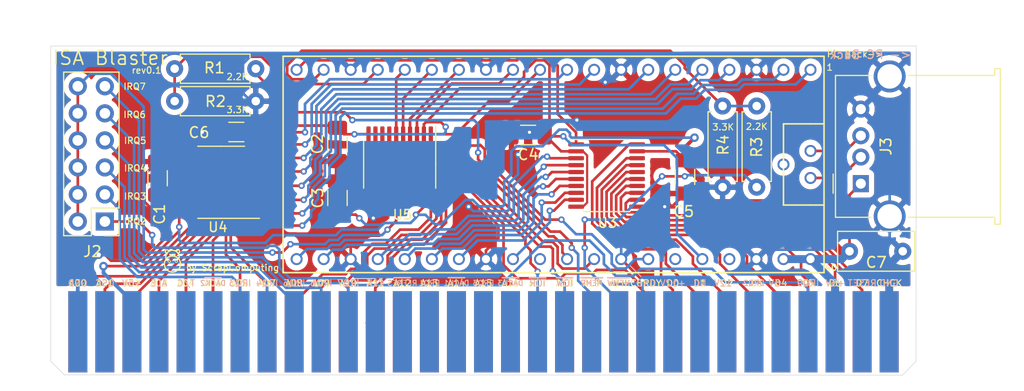
<source format=kicad_pcb>
(kicad_pcb (version 20171130) (host pcbnew 5.1.9+dfsg1-1+deb11u1)
  (layers (0 F.Cu signal) (31 B.Cu signal) (34 B.Paste user) (35 F.Paste user) (36 B.SilkS user) (37 F.SilkS user) (38 B.Mask user) (39 F.Mask user) (44 Edge.Cuts user))
  (net 0 "")
  (net 1 +5V)
  (net 2 "Net-(J1-Pad62)")
  (net 3 "Net-(J1-Pad61)")
  (net 4 "Net-(J1-Pad60)")
  (net 5 "Net-(J1-Pad59)")
  (net 6 "Net-(J1-Pad58)")
  (net 7 "Net-(J1-Pad57)")
  (net 8 "Net-(J1-Pad56)")
  (net 9 "Net-(J1-Pad55)")
  (net 10 "Net-(J1-Pad41)")
  (net 11 "Net-(J1-Pad40)")
  (net 12 "Net-(J1-Pad39)")
  (net 13 "Net-(J1-Pad38)")
  (net 14 "Net-(J1-Pad37)")
  (net 15 "Net-(J1-Pad36)")
  (net 16 "Net-(J1-Pad35)")
  (net 17 "Net-(J1-Pad34)")
  (net 18 "Net-(J1-Pad33)")
  (net 19 GND)
  (net 20 "Net-(J1-Pad25)")
  (net 21 "Net-(J1-Pad24)")
  (net 22 "Net-(J1-Pad23)")
  (net 23 "Net-(J1-Pad22)")
  (net 24 "Net-(J1-Pad21)")
  (net 25 "Net-(J1-Pad14)")
  (net 26 "Net-(J1-Pad13)")
  (net 27 "Net-(J1-Pad4)")
  (net 28 "Net-(J2-Pad10)")
  (net 29 +3V3)
  (net 30 "Net-(U5-Pad5)")
  (net 31 "Net-(U3-Pad9)")
  (net 32 "Net-(U3-Pad8)")
  (net 33 "Net-(U3-Pad7)")
  (net 34 "Net-(U3-Pad6)")
  (net 35 "Net-(U3-Pad5)")
  (net 36 "Net-(U3-Pad4)")
  (net 37 "Net-(U3-Pad3)")
  (net 38 "Net-(U3-Pad1)")
  (net 39 "Net-(U4-Pad9)")
  (net 40 "Net-(U4-Pad8)")
  (net 41 "Net-(U4-Pad7)")
  (net 42 "Net-(U4-Pad6)")
  (net 43 "Net-(U4-Pad5)")
  (net 44 "Net-(U4-Pad4)")
  (net 45 "Net-(U4-Pad3)")
  (net 46 "Net-(U4-Pad1)")
  (net 47 "Net-(U5-Pad9)")
  (net 48 "Net-(U5-Pad8)")
  (net 49 "Net-(U5-Pad7)")
  (net 50 "Net-(U5-Pad6)")
  (net 51 "Net-(U5-Pad4)")
  (net 52 "Net-(U5-Pad3)")
  (net 53 "Net-(U5-Pad1)")
  (net 54 "Net-(J3-Pad3)")
  (net 55 "Net-(J3-Pad2)")
  (net 56 "Net-(J1-Pad51)")
  (net 57 "Net-(J1-Pad52)")
  (net 58 "Net-(J1-Pad53)")
  (net 59 "Net-(J1-Pad54)")
  (net 60 "Net-(J1-Pad12)")
  (net 61 "Net-(R1-Pad2)")
  (net 62 "Net-(J1-Pad11)")
  (net 63 "Net-(R3-Pad2)")
  (module Resistor_THT:R_Axial_DIN0207_L6.3mm_D2.5mm_P7.62mm_Horizontal (layer F.Cu) (at 198.2216 54.3052 270)
    (fp_text reference R4 (at 3.6576 -0.0508 90) (layer F.SilkS))
    (fp_text value 3.3K)
    (pad 2 thru_hole oval (at 7.62 0 270) (size 1.6 1.6) (drill 0.8) (layers *.Cu *.Mask) (net 19 GND))
    (pad 1 thru_hole circle (at 0 0 270) (size 1.6 1.6) (drill 0.8) (layers *.Cu *.Mask) (net 63 "Net-(R3-Pad2)"))
  )
  (module Resistor_THT:R_Axial_DIN0207_L6.3mm_D2.5mm_P7.62mm_Horizontal (layer F.Cu) (at 201.422 61.9252 90)
    (fp_text reference R3 (at 3.7592 0 90) (layer F.SilkS))
    (fp_text value 2.2K)
    (pad 2 thru_hole oval (at 7.62 0 90) (size 1.6 1.6) (drill 0.8) (layers *.Cu *.Mask) (net 63 "Net-(R3-Pad2)"))
    (pad 1 thru_hole circle (at 0 0 90) (size 1.6 1.6) (drill 0.8) (layers *.Cu *.Mask) (net 62 "Net-(J1-Pad11)"))
  )
  (module Connector_USB:USB_A_Molex_67643_Horizontal (layer F.Cu) (at 211.201 61.595 90)
    (fp_text reference J3 (at 3.5 2.3622 90) (layer F.SilkS))
    (fp_text value USB_A)
    (pad 4 thru_hole circle (at 7 0 90) (size 1.6 1.6) (drill 0.95) (layers *.Cu *.Mask) (net 19 GND))
    (pad 3 thru_hole circle (at 4.5 0 90) (size 1.6 1.6) (drill 0.95) (layers *.Cu *.Mask) (net 54 "Net-(J3-Pad3)"))
    (pad 2 thru_hole circle (at 2.5 0 90) (size 1.6 1.6) (drill 0.95) (layers *.Cu *.Mask) (net 55 "Net-(J3-Pad2)"))
    (pad 1 thru_hole rect (at 0 0 90) (size 1.6 1.5) (drill 0.95) (layers *.Cu *.Mask) (net 1 +5V))
    (pad 5 thru_hole circle (at 10.07 2.71 90) (size 3 3) (drill 2.3) (layers *.Cu *.Mask) (net 19 GND))
    (pad 5 thru_hole circle (at -3.07 2.71 90) (size 3 3) (drill 2.3) (layers *.Cu *.Mask) (net 19 GND))
  )
  (module Package_SO:TSSOP-20_4.4x6.5mm_P0.65mm (layer F.Cu) (at 167.894 59.817 270)
    (fp_text reference U5 (at 4.699 -0.254) (layer F.SilkS) (effects (font (size 0.9 0.9) (thickness 0.14))))
    (fp_text value TXS0108EPW)
    (pad 20 smd roundrect (at 2.8625 -2.925 270) (size 1.475 0.4) (layers F.Cu F.Paste F.Mask) (net 59 "Net-(J1-Pad54)"))
    (pad 19 smd roundrect (at 2.8625 -2.275 270) (size 1.475 0.4) (layers F.Cu F.Paste F.Mask) (net 1 +5V))
    (pad 18 smd roundrect (at 2.8625 -1.625 270) (size 1.475 0.4) (layers F.Cu F.Paste F.Mask) (net 58 "Net-(J1-Pad53)"))
    (pad 17 smd roundrect (at 2.8625 -0.975 270) (size 1.475 0.4) (layers F.Cu F.Paste F.Mask) (net 57 "Net-(J1-Pad52)"))
    (pad 16 smd roundrect (at 2.8625 -0.325 270) (size 1.475 0.4) (layers F.Cu F.Paste F.Mask) (net 56 "Net-(J1-Pad51)"))
    (pad 15 smd roundrect (at 2.8625 0.325 270) (size 1.475 0.4) (layers F.Cu F.Paste F.Mask) (net 28 "Net-(J2-Pad10)"))
    (pad 14 smd roundrect (at 2.8625 0.975 270) (size 1.475 0.4) (layers F.Cu F.Paste F.Mask) (net 10 "Net-(J1-Pad41)"))
    (pad 13 smd roundrect (at 2.8625 1.625 270) (size 1.475 0.4) (layers F.Cu F.Paste F.Mask) (net 25 "Net-(J1-Pad14)"))
    (pad 12 smd roundrect (at 2.8625 2.275 270) (size 1.475 0.4) (layers F.Cu F.Paste F.Mask) (net 26 "Net-(J1-Pad13)"))
    (pad 11 smd roundrect (at 2.8625 2.925 270) (size 1.475 0.4) (layers F.Cu F.Paste F.Mask) (net 19 GND))
    (pad 10 smd roundrect (at -2.8625 2.925 270) (size 1.475 0.4) (layers F.Cu F.Paste F.Mask) (net 29 +3V3))
    (pad 9 smd roundrect (at -2.8625 2.275 270) (size 1.475 0.4) (layers F.Cu F.Paste F.Mask) (net 47 "Net-(U5-Pad9)"))
    (pad 8 smd roundrect (at -2.8625 1.625 270) (size 1.475 0.4) (layers F.Cu F.Paste F.Mask) (net 48 "Net-(U5-Pad8)"))
    (pad 7 smd roundrect (at -2.8625 0.975 270) (size 1.475 0.4) (layers F.Cu F.Paste F.Mask) (net 49 "Net-(U5-Pad7)"))
    (pad 6 smd roundrect (at -2.8625 0.325 270) (size 1.475 0.4) (layers F.Cu F.Paste F.Mask) (net 50 "Net-(U5-Pad6)"))
    (pad 5 smd roundrect (at -2.8625 -0.325 270) (size 1.475 0.4) (layers F.Cu F.Paste F.Mask) (net 30 "Net-(U5-Pad5)"))
    (pad 4 smd roundrect (at -2.8625 -0.975 270) (size 1.475 0.4) (layers F.Cu F.Paste F.Mask) (net 51 "Net-(U5-Pad4)"))
    (pad 3 smd roundrect (at -2.8625 -1.625 270) (size 1.475 0.4) (layers F.Cu F.Paste F.Mask) (net 52 "Net-(U5-Pad3)"))
    (pad 2 smd roundrect (at -2.8625 -2.275 270) (size 1.475 0.4) (layers F.Cu F.Paste F.Mask) (net 29 +3V3))
    (pad 1 smd roundrect (at -2.8625 -2.925 270) (size 1.475 0.4) (layers F.Cu F.Paste F.Mask) (net 53 "Net-(U5-Pad1)"))
  )
  (module Resistor_THT:R_Axial_DIN0207_L6.3mm_D2.5mm_P7.62mm_Horizontal (layer F.Cu) (at 146.7612 53.848)
    (fp_text reference R2 (at 3.8354 0.0254) (layer F.SilkS))
    (fp_text value 3.3K)
    (pad 2 thru_hole oval (at 7.62 0) (size 1.6 1.6) (drill 0.8) (layers *.Cu *.Mask) (net 19 GND))
    (pad 1 thru_hole circle (at 0 0) (size 1.6 1.6) (drill 0.8) (layers *.Cu *.Mask) (net 61 "Net-(R1-Pad2)"))
  )
  (module Resistor_THT:R_Axial_DIN0207_L6.3mm_D2.5mm_P7.62mm_Horizontal (layer F.Cu) (at 154.3812 50.8 180)
    (fp_text reference R1 (at 3.8862 0.0762) (layer F.SilkS))
    (fp_text value 2.2K)
    (pad 2 thru_hole oval (at 7.62 0 180) (size 1.6 1.6) (drill 0.8) (layers *.Cu *.Mask) (net 61 "Net-(R1-Pad2)"))
    (pad 1 thru_hole circle (at 0 0 180) (size 1.6 1.6) (drill 0.8) (layers *.Cu *.Mask) (net 60 "Net-(J1-Pad12)"))
  )
  (module Capacitor_SMD:C_1206_3216Metric_Pad1.33x1.80mm_HandSolder (layer F.Cu) (at 179.959 57.023 180)
    (fp_text reference C4 (at 0 -1.85) (layer F.SilkS))
    (fp_text value 0.1u)
    (pad 2 smd roundrect (at 1.5625 0 180) (size 1.325 1.8) (layers F.Cu F.Paste F.Mask) (roundrect_rratio 0.1886784905660377) (net 19 GND))
    (pad 1 smd roundrect (at -1.5625 0 180) (size 1.325 1.8) (layers F.Cu F.Paste F.Mask) (roundrect_rratio 0.1886784905660377) (net 29 +3V3))
  )
  (module Connector_PinHeader_2.54mm:PinHeader_2x06_P2.54mm_Vertical (layer F.Cu) (at 140.208 65.151 180)
    (fp_text reference J2 (at 1.1684 -2.8194) (layer F.SilkS))
    (fp_text value Conn_02x06_Odd_Even)
    (pad 12 thru_hole oval (at 2.54 12.7 180) (size 1.7 1.7) (drill 1) (layers *.Cu *.Mask) (net 28 "Net-(J2-Pad10)"))
    (pad 11 thru_hole oval (at 0 12.7 180) (size 1.7 1.7) (drill 1) (layers *.Cu *.Mask) (net 24 "Net-(J1-Pad21)"))
    (pad 10 thru_hole oval (at 2.54 10.16 180) (size 1.7 1.7) (drill 1) (layers *.Cu *.Mask) (net 28 "Net-(J2-Pad10)"))
    (pad 9 thru_hole oval (at 0 10.16 180) (size 1.7 1.7) (drill 1) (layers *.Cu *.Mask) (net 23 "Net-(J1-Pad22)"))
    (pad 8 thru_hole oval (at 2.54 7.62 180) (size 1.7 1.7) (drill 1) (layers *.Cu *.Mask) (net 28 "Net-(J2-Pad10)"))
    (pad 7 thru_hole oval (at 0 7.62 180) (size 1.7 1.7) (drill 1) (layers *.Cu *.Mask) (net 22 "Net-(J1-Pad23)"))
    (pad 6 thru_hole oval (at 2.54 5.08 180) (size 1.7 1.7) (drill 1) (layers *.Cu *.Mask) (net 28 "Net-(J2-Pad10)"))
    (pad 5 thru_hole oval (at 0 5.08 180) (size 1.7 1.7) (drill 1) (layers *.Cu *.Mask) (net 21 "Net-(J1-Pad24)"))
    (pad 4 thru_hole oval (at 2.54 2.54 180) (size 1.7 1.7) (drill 1) (layers *.Cu *.Mask) (net 28 "Net-(J2-Pad10)"))
    (pad 3 thru_hole oval (at 0 2.54 180) (size 1.7 1.7) (drill 1) (layers *.Cu *.Mask) (net 20 "Net-(J1-Pad25)"))
    (pad 2 thru_hole oval (at 2.54 0 180) (size 1.7 1.7) (drill 1) (layers *.Cu *.Mask) (net 28 "Net-(J2-Pad10)"))
    (pad 1 thru_hole rect (at 0 0 180) (size 1.7 1.7) (drill 1) (layers *.Cu *.Mask) (net 27 "Net-(J1-Pad4)"))
  )
  (module Capacitor_SMD:C_1206_3216Metric_Pad1.33x1.80mm_HandSolder (layer F.Cu) (at 145.161 61.087 90)
    (fp_text reference C1 (at -3.3782 0.1778 270) (layer F.SilkS))
    (fp_text value 0.1u)
    (pad 2 smd roundrect (at 1.5625 0 90) (size 1.325 1.8) (layers F.Cu F.Paste F.Mask) (roundrect_rratio 0.1886784905660377) (net 19 GND))
    (pad 1 smd roundrect (at -1.5625 0 90) (size 1.325 1.8) (layers F.Cu F.Paste F.Mask) (roundrect_rratio 0.1886784905660377) (net 1 +5V))
  )
  (module Capacitor_SMD:C_1206_3216Metric_Pad1.33x1.80mm_HandSolder (layer F.Cu) (at 162.052 57.912 270)
    (fp_text reference C2 (at -0.0508 1.8796 270) (layer F.SilkS))
    (fp_text value 0.1u)
    (pad 2 smd roundrect (at 1.5625 0 270) (size 1.325 1.8) (layers F.Cu F.Paste F.Mask) (roundrect_rratio 0.1886784905660377) (net 19 GND))
    (pad 1 smd roundrect (at -1.5625 0 270) (size 1.325 1.8) (layers F.Cu F.Paste F.Mask) (roundrect_rratio 0.1886784905660377) (net 29 +3V3))
  )
  (module Capacitor_SMD:C_1206_3216Metric_Pad1.33x1.80mm_HandSolder (layer F.Cu) (at 194.691 60.96 270)
    (fp_text reference C5 (at 3.2512 0.127 180) (layer F.SilkS))
    (fp_text value 0.1u)
    (pad 2 smd roundrect (at 1.5625 0 270) (size 1.325 1.8) (layers F.Cu F.Paste F.Mask) (roundrect_rratio 0.1886784905660377) (net 19 GND))
    (pad 1 smd roundrect (at -1.5625 0 270) (size 1.325 1.8) (layers F.Cu F.Paste F.Mask) (roundrect_rratio 0.1886784905660377) (net 1 +5V))
  )
  (module Capacitor_SMD:C_1206_3216Metric_Pad1.33x1.80mm_HandSolder (layer F.Cu) (at 152.5524 56.7436 180)
    (fp_text reference C6 (at 3.5052 -0.0508 180) (layer F.SilkS))
    (fp_text value 0.1u)
    (pad 2 smd roundrect (at 1.5625 0 180) (size 1.325 1.8) (layers F.Cu F.Paste F.Mask) (roundrect_rratio 0.1886784905660377) (net 19 GND))
    (pad 1 smd roundrect (at -1.5625 0 180) (size 1.325 1.8) (layers F.Cu F.Paste F.Mask) (roundrect_rratio 0.1886784905660377) (net 29 +3V3))
  )
  (module Capacitor_THT:C_Rect_L7.0mm_W3.5mm_P5.00mm (layer F.Cu) (at 215.138 67.945 180)
    (fp_text reference C7 (at 2.4892 -1.0414) (layer F.SilkS))
    (fp_text value 10uF)
    (pad 2 thru_hole circle (at 5 0 180) (size 1.6 1.6) (drill 0.8) (layers *.Cu *.Mask) (net 1 +5V))
    (pad 1 thru_hole circle (at 0 0 180) (size 1.6 1.6) (drill 0.8) (layers *.Cu *.Mask) (net 19 GND))
  )
  (module Package_SO:TSSOP-20_4.4x6.5mm_P0.65mm (layer F.Cu) (at 187.325 60.833)
    (fp_text reference U3 (at 0.0762 4.445) (layer F.SilkS) (effects (font (size 0.9 0.9) (thickness 0.14))))
    (fp_text value TXS0108EPW)
    (pad 20 smd roundrect (at 2.8625 -2.925) (size 1.475 0.4) (layers F.Cu F.Paste F.Mask) (net 11 "Net-(J1-Pad40)"))
    (pad 19 smd roundrect (at 2.8625 -2.275) (size 1.475 0.4) (layers F.Cu F.Paste F.Mask) (net 1 +5V))
    (pad 18 smd roundrect (at 2.8625 -1.625) (size 1.475 0.4) (layers F.Cu F.Paste F.Mask) (net 12 "Net-(J1-Pad39)"))
    (pad 17 smd roundrect (at 2.8625 -0.975) (size 1.475 0.4) (layers F.Cu F.Paste F.Mask) (net 13 "Net-(J1-Pad38)"))
    (pad 16 smd roundrect (at 2.8625 -0.325) (size 1.475 0.4) (layers F.Cu F.Paste F.Mask) (net 14 "Net-(J1-Pad37)"))
    (pad 15 smd roundrect (at 2.8625 0.325) (size 1.475 0.4) (layers F.Cu F.Paste F.Mask) (net 15 "Net-(J1-Pad36)"))
    (pad 14 smd roundrect (at 2.8625 0.975) (size 1.475 0.4) (layers F.Cu F.Paste F.Mask) (net 16 "Net-(J1-Pad35)"))
    (pad 13 smd roundrect (at 2.8625 1.625) (size 1.475 0.4) (layers F.Cu F.Paste F.Mask) (net 17 "Net-(J1-Pad34)"))
    (pad 12 smd roundrect (at 2.8625 2.275) (size 1.475 0.4) (layers F.Cu F.Paste F.Mask) (net 18 "Net-(J1-Pad33)"))
    (pad 11 smd roundrect (at 2.8625 2.925) (size 1.475 0.4) (layers F.Cu F.Paste F.Mask) (net 19 GND))
    (pad 10 smd roundrect (at -2.8625 2.925) (size 1.475 0.4) (layers F.Cu F.Paste F.Mask) (net 29 +3V3))
    (pad 9 smd roundrect (at -2.8625 2.275) (size 1.475 0.4) (layers F.Cu F.Paste F.Mask) (net 31 "Net-(U3-Pad9)"))
    (pad 8 smd roundrect (at -2.8625 1.625) (size 1.475 0.4) (layers F.Cu F.Paste F.Mask) (net 32 "Net-(U3-Pad8)"))
    (pad 7 smd roundrect (at -2.8625 0.975) (size 1.475 0.4) (layers F.Cu F.Paste F.Mask) (net 33 "Net-(U3-Pad7)"))
    (pad 6 smd roundrect (at -2.8625 0.325) (size 1.475 0.4) (layers F.Cu F.Paste F.Mask) (net 34 "Net-(U3-Pad6)"))
    (pad 5 smd roundrect (at -2.8625 -0.325) (size 1.475 0.4) (layers F.Cu F.Paste F.Mask) (net 35 "Net-(U3-Pad5)"))
    (pad 4 smd roundrect (at -2.8625 -0.975) (size 1.475 0.4) (layers F.Cu F.Paste F.Mask) (net 36 "Net-(U3-Pad4)"))
    (pad 3 smd roundrect (at -2.8625 -1.625) (size 1.475 0.4) (layers F.Cu F.Paste F.Mask) (net 37 "Net-(U3-Pad3)"))
    (pad 2 smd roundrect (at -2.8625 -2.275) (size 1.475 0.4) (layers F.Cu F.Paste F.Mask) (net 29 +3V3))
    (pad 1 smd roundrect (at -2.8625 -2.925) (size 1.475 0.4) (layers F.Cu F.Paste F.Mask) (net 38 "Net-(U3-Pad1)"))
  )
  (module Package_SO:TSSOP-20_4.4x6.5mm_P0.65mm (layer F.Cu) (at 151.13 61.468 180)
    (fp_text reference U4 (at 0.3048 -4.2164 180) (layer F.SilkS) (effects (font (size 0.9 0.9) (thickness 0.14))))
    (fp_text value TXS0108EPW)
    (pad 20 smd roundrect (at 2.8625 -2.925 180) (size 1.475 0.4) (layers F.Cu F.Paste F.Mask) (net 2 "Net-(J1-Pad62)"))
    (pad 19 smd roundrect (at 2.8625 -2.275 180) (size 1.475 0.4) (layers F.Cu F.Paste F.Mask) (net 1 +5V))
    (pad 18 smd roundrect (at 2.8625 -1.625 180) (size 1.475 0.4) (layers F.Cu F.Paste F.Mask) (net 3 "Net-(J1-Pad61)"))
    (pad 17 smd roundrect (at 2.8625 -0.975 180) (size 1.475 0.4) (layers F.Cu F.Paste F.Mask) (net 4 "Net-(J1-Pad60)"))
    (pad 16 smd roundrect (at 2.8625 -0.325 180) (size 1.475 0.4) (layers F.Cu F.Paste F.Mask) (net 5 "Net-(J1-Pad59)"))
    (pad 15 smd roundrect (at 2.8625 0.325 180) (size 1.475 0.4) (layers F.Cu F.Paste F.Mask) (net 6 "Net-(J1-Pad58)"))
    (pad 14 smd roundrect (at 2.8625 0.975 180) (size 1.475 0.4) (layers F.Cu F.Paste F.Mask) (net 7 "Net-(J1-Pad57)"))
    (pad 13 smd roundrect (at 2.8625 1.625 180) (size 1.475 0.4) (layers F.Cu F.Paste F.Mask) (net 8 "Net-(J1-Pad56)"))
    (pad 12 smd roundrect (at 2.8625 2.275 180) (size 1.475 0.4) (layers F.Cu F.Paste F.Mask) (net 9 "Net-(J1-Pad55)"))
    (pad 11 smd roundrect (at 2.8625 2.925 180) (size 1.475 0.4) (layers F.Cu F.Paste F.Mask) (net 19 GND))
    (pad 10 smd roundrect (at -2.8625 2.925 180) (size 1.475 0.4) (layers F.Cu F.Paste F.Mask) (net 29 +3V3))
    (pad 9 smd roundrect (at -2.8625 2.275 180) (size 1.475 0.4) (layers F.Cu F.Paste F.Mask) (net 39 "Net-(U4-Pad9)"))
    (pad 8 smd roundrect (at -2.8625 1.625 180) (size 1.475 0.4) (layers F.Cu F.Paste F.Mask) (net 40 "Net-(U4-Pad8)"))
    (pad 7 smd roundrect (at -2.8625 0.975 180) (size 1.475 0.4) (layers F.Cu F.Paste F.Mask) (net 41 "Net-(U4-Pad7)"))
    (pad 6 smd roundrect (at -2.8625 0.325 180) (size 1.475 0.4) (layers F.Cu F.Paste F.Mask) (net 42 "Net-(U4-Pad6)"))
    (pad 5 smd roundrect (at -2.8625 -0.325 180) (size 1.475 0.4) (layers F.Cu F.Paste F.Mask) (net 43 "Net-(U4-Pad5)"))
    (pad 4 smd roundrect (at -2.8625 -0.975 180) (size 1.475 0.4) (layers F.Cu F.Paste F.Mask) (net 44 "Net-(U4-Pad4)"))
    (pad 3 smd roundrect (at -2.8625 -1.625 180) (size 1.475 0.4) (layers F.Cu F.Paste F.Mask) (net 45 "Net-(U4-Pad3)"))
    (pad 2 smd roundrect (at -2.8625 -2.275 180) (size 1.475 0.4) (layers F.Cu F.Paste F.Mask) (net 29 +3V3))
    (pad 1 smd roundrect (at -2.8625 -2.925 180) (size 1.475 0.4) (layers F.Cu F.Paste F.Mask) (net 46 "Net-(U4-Pad1)"))
  )
  (module isa_blaster:raspberry_pi_pico (layer F.Cu) (at 206.4766 50.9016 270)
    (fp_text reference U6 hide)
    (fp_text value RaspberryPi_Pico)
    (fp_text user 40 (at 18.5674 -1.9304 180) (layer F.SilkS) (effects (font (size 0.6 0.6) (thickness 0.1))))
    (fp_text user 1 (at -0.2286 -1.8034) (layer F.SilkS) (effects (font (size 0.6 0.6) (thickness 0.1))))
    (pad 41 thru_hole circle (at 8.89 2.54 270) (size 1.124 1.124) (drill 0.762) (layers *.Cu *.Mask))
    (pad 42 thru_hole circle (at 10.16 0 270) (size 1.124 1.124) (drill 0.762) (layers *.Cu *.Mask) (net 55 "Net-(J3-Pad2)"))
    (pad 43 thru_hole circle (at 7.62 0 270) (size 1.124 1.124) (drill 0.762) (layers *.Cu *.Mask) (net 54 "Net-(J3-Pad3)"))
    (pad 40 thru_hole circle (at 17.78 0 270) (size 1.124 1.124) (drill 0.762) (layers *.Cu *.Mask) (net 1 +5V))
    (pad 39 thru_hole circle (at 17.78 2.54 270) (size 1.124 1.124) (drill 0.762) (layers *.Cu *.Mask) (net 1 +5V))
    (pad 38 thru_hole circle (at 17.78 5.08 270) (size 1.124 1.124) (drill 0.762) (layers *.Cu *.Mask) (net 19 GND))
    (pad 37 thru_hole circle (at 17.78 7.62 270) (size 1.124 1.124) (drill 0.762) (layers *.Cu *.Mask))
    (pad 36 thru_hole circle (at 17.78 10.16 270) (size 1.124 1.124) (drill 0.762) (layers *.Cu *.Mask) (net 29 +3V3))
    (pad 35 thru_hole circle (at 17.78 12.7 270) (size 1.124 1.124) (drill 0.762) (layers *.Cu *.Mask))
    (pad 34 thru_hole circle (at 17.78 15.24 270) (size 1.124 1.124) (drill 0.762) (layers *.Cu *.Mask) (net 49 "Net-(U5-Pad7)"))
    (pad 33 thru_hole circle (at 17.78 17.78 270) (size 1.124 1.124) (drill 0.762) (layers *.Cu *.Mask) (net 19 GND))
    (pad 32 thru_hole circle (at 17.78 20.32 270) (size 1.124 1.124) (drill 0.762) (layers *.Cu *.Mask) (net 47 "Net-(U5-Pad9)"))
    (pad 31 thru_hole circle (at 17.78 22.86 270) (size 1.124 1.124) (drill 0.762) (layers *.Cu *.Mask) (net 48 "Net-(U5-Pad8)"))
    (pad 30 thru_hole circle (at 17.78 25.4 270) (size 1.124 1.124) (drill 0.762) (layers *.Cu *.Mask))
    (pad 29 thru_hole circle (at 17.78 27.94 270) (size 1.124 1.124) (drill 0.762) (layers *.Cu *.Mask) (net 31 "Net-(U3-Pad9)"))
    (pad 28 thru_hole circle (at 17.78 30.48 270) (size 1.124 1.124) (drill 0.762) (layers *.Cu *.Mask) (net 19 GND))
    (pad 27 thru_hole circle (at 17.78 33.02 270) (size 1.124 1.124) (drill 0.762) (layers *.Cu *.Mask) (net 32 "Net-(U3-Pad8)"))
    (pad 26 thru_hole circle (at 17.78 35.56 270) (size 1.124 1.124) (drill 0.762) (layers *.Cu *.Mask) (net 33 "Net-(U3-Pad7)"))
    (pad 25 thru_hole circle (at 17.78 38.1 270) (size 1.124 1.124) (drill 0.762) (layers *.Cu *.Mask) (net 34 "Net-(U3-Pad6)"))
    (pad 24 thru_hole circle (at 17.78 40.64 270) (size 1.124 1.124) (drill 0.762) (layers *.Cu *.Mask) (net 35 "Net-(U3-Pad5)"))
    (pad 23 thru_hole circle (at 17.78 43.18 270) (size 1.124 1.124) (drill 0.762) (layers *.Cu *.Mask) (net 19 GND))
    (pad 22 thru_hole circle (at 17.78 45.72 270) (size 1.124 1.124) (drill 0.762) (layers *.Cu *.Mask) (net 36 "Net-(U3-Pad4)"))
    (pad 21 thru_hole circle (at 17.78 48.26 270) (size 1.124 1.124) (drill 0.762) (layers *.Cu *.Mask) (net 37 "Net-(U3-Pad3)"))
    (pad 20 thru_hole circle (at 0 48.26 270) (size 1.124 1.124) (drill 0.762) (layers *.Cu *.Mask) (net 38 "Net-(U3-Pad1)"))
    (pad 19 thru_hole circle (at 0 45.72 270) (size 1.124 1.124) (drill 0.762) (layers *.Cu *.Mask) (net 63 "Net-(R3-Pad2)"))
    (pad 18 thru_hole circle (at 0 43.18 270) (size 1.124 1.124) (drill 0.762) (layers *.Cu *.Mask) (net 19 GND))
    (pad 17 thru_hole circle (at 0 40.64 270) (size 1.124 1.124) (drill 0.762) (layers *.Cu *.Mask) (net 61 "Net-(R1-Pad2)"))
    (pad 16 thru_hole circle (at 0 38.1 270) (size 1.124 1.124) (drill 0.762) (layers *.Cu *.Mask) (net 50 "Net-(U5-Pad6)"))
    (pad 15 thru_hole circle (at 0 35.56 270) (size 1.124 1.124) (drill 0.762) (layers *.Cu *.Mask) (net 30 "Net-(U5-Pad5)"))
    (pad 14 thru_hole circle (at 0 33.02 270) (size 1.124 1.124) (drill 0.762) (layers *.Cu *.Mask) (net 51 "Net-(U5-Pad4)"))
    (pad 13 thru_hole circle (at 0 30.48 270) (size 1.124 1.124) (drill 0.762) (layers *.Cu *.Mask) (net 19 GND))
    (pad 12 thru_hole circle (at 0 27.94 270) (size 1.124 1.124) (drill 0.762) (layers *.Cu *.Mask) (net 52 "Net-(U5-Pad3)"))
    (pad 11 thru_hole circle (at 0 25.4 270) (size 1.124 1.124) (drill 0.762) (layers *.Cu *.Mask) (net 53 "Net-(U5-Pad1)"))
    (pad 10 thru_hole circle (at 0 22.86 270) (size 1.124 1.124) (drill 0.762) (layers *.Cu *.Mask) (net 39 "Net-(U4-Pad9)"))
    (pad 9 thru_hole circle (at 0 20.32 270) (size 1.124 1.124) (drill 0.762) (layers *.Cu *.Mask) (net 40 "Net-(U4-Pad8)"))
    (pad 8 thru_hole circle (at 0 17.78 270) (size 1.124 1.124) (drill 0.762) (layers *.Cu *.Mask) (net 19 GND))
    (pad 7 thru_hole circle (at 0 15.24 270) (size 1.124 1.124) (drill 0.762) (layers *.Cu *.Mask) (net 41 "Net-(U4-Pad7)"))
    (pad 6 thru_hole circle (at 0 12.7 270) (size 1.124 1.124) (drill 0.762) (layers *.Cu *.Mask) (net 42 "Net-(U4-Pad6)"))
    (pad 5 thru_hole circle (at 0 10.16 270) (size 1.124 1.124) (drill 0.762) (layers *.Cu *.Mask) (net 43 "Net-(U4-Pad5)"))
    (pad 4 thru_hole circle (at 0 7.62 270) (size 1.124 1.124) (drill 0.762) (layers *.Cu *.Mask) (net 44 "Net-(U4-Pad4)"))
    (pad 3 thru_hole circle (at 0 5.08 270) (size 1.124 1.124) (drill 0.762) (layers *.Cu *.Mask) (net 19 GND))
    (pad 2 thru_hole circle (at 0 2.54 270) (size 1.124 1.124) (drill 0.762) (layers *.Cu *.Mask) (net 45 "Net-(U4-Pad3)"))
    (pad 1 thru_hole circle (at 0 0 270) (size 1.124 1.124) (drill 0.762) (layers *.Cu *.Mask) (net 46 "Net-(U4-Pad1)"))
  )
  (module Capacitor_SMD:C_1206_3216Metric_Pad1.33x1.80mm_HandSolder (layer F.Cu) (at 162.052 62.9412 90)
    (fp_text reference C3 (at 0 -1.85 90) (layer F.SilkS))
    (fp_text value 0.1u)
    (pad 2 smd roundrect (at 1.5625 0 90) (size 1.325 1.8) (layers F.Cu F.Paste F.Mask) (roundrect_rratio 0.1886784905660377) (net 19 GND))
    (pad 1 smd roundrect (at -1.5625 0 90) (size 1.325 1.8) (layers F.Cu F.Paste F.Mask) (roundrect_rratio 0.1886784905660377) (net 1 +5V))
  )
  (module isa_blaster:8bit_BUS_AT (layer F.Cu) (at 213.864601 75.509801)
    (fp_text reference J1 hide)
    (fp_text value Bus_ISA_8bit)
    (fp_text user GND (at -76.2 -4.572) (layer B.SilkS) (effects (font (size 0.6 0.6) (thickness 0.1)) (justify mirror)))
    (fp_text user OSC (at -73.66 -4.572) (layer B.SilkS) (effects (font (size 0.6 0.6) (thickness 0.1)) (justify mirror)))
    (fp_text user +5V (at -71.12 -4.572) (layer B.SilkS) (effects (font (size 0.6 0.6) (thickness 0.1)) (justify mirror)))
    (fp_text user ALE (at -68.58 -4.572) (layer B.SilkS) (effects (font (size 0.6 0.6) (thickness 0.1)) (justify mirror)))
    (fp_text user T/C (at -66.04 -4.572) (layer B.SilkS) (effects (font (size 0.6 0.6) (thickness 0.1)) (justify mirror)))
    (fp_text user DACK2 (at -63.5 -4.572) (layer B.SilkS) (effects (font (size 0.5 0.5) (thickness 0.1)) (justify mirror)))
    (fp_text user IRQ3 (at -60.96 -4.572) (layer B.SilkS) (effects (font (size 0.6 0.6) (thickness 0.1)) (justify mirror)))
    (fp_text user IRQ4 (at -58.42 -4.572) (layer B.SilkS) (effects (font (size 0.6 0.6) (thickness 0.1)) (justify mirror)))
    (fp_text user IRQ5 (at -55.88 -4.572) (layer B.SilkS) (effects (font (size 0.6 0.6) (thickness 0.1)) (justify mirror)))
    (fp_text user IRQ6 (at -53.34 -4.572) (layer B.SilkS) (effects (font (size 0.6 0.6) (thickness 0.1)) (justify mirror)))
    (fp_text user IRQ7 (at -50.8 -4.572) (layer B.SilkS) (effects (font (size 0.6 0.6) (thickness 0.1)) (justify mirror)))
    (fp_text user CLK (at -48.26 -4.572) (layer B.SilkS) (effects (font (size 0.6 0.6) (thickness 0.1)) (justify mirror)))
    (fp_text user REFRES (at -45.72 -4.572) (layer B.SilkS) (effects (font (size 0.5 0.5) (thickness 0.09)) (justify mirror)))
    (fp_text user DRQ1 (at -43.18 -4.572) (layer B.SilkS) (effects (font (size 0.5 0.5) (thickness 0.09)) (justify mirror)))
    (fp_text user DACK1 (at -40.64 -4.572) (layer B.SilkS) (effects (font (size 0.5 0.5) (thickness 0.09)) (justify mirror)))
    (fp_text user DRQ3 (at -38.1 -4.572) (layer B.SilkS) (effects (font (size 0.5 0.5) (thickness 0.09)) (justify mirror)))
    (fp_text user DACK3 (at -35.56 -4.572) (layer B.SilkS) (effects (font (size 0.5 0.5) (thickness 0.1)) (justify mirror)))
    (fp_text user IOR (at -33.02 -4.572) (layer B.SilkS) (effects (font (size 0.6 0.6) (thickness 0.1)) (justify mirror)))
    (fp_text user IOW (at -30.48 -4.572) (layer B.SilkS) (effects (font (size 0.6 0.6) (thickness 0.1)) (justify mirror)))
    (fp_text user MEMR (at -27.94 -4.572) (layer B.SilkS) (effects (font (size 0.5 0.5) (thickness 0.09)) (justify mirror)))
    (fp_text user MEMW (at -25.4 -4.572) (layer B.SilkS) (effects (font (size 0.5 0.5) (thickness 0.09)) (justify mirror)))
    (fp_text user GND (at -22.86 -4.572) (layer B.SilkS) (effects (font (size 0.6 0.6) (thickness 0.1)) (justify mirror)))
    (fp_text user +12V (at -20.32 -4.572) (layer B.SilkS) (effects (font (size 0.6 0.6) (thickness 0.1)) (justify mirror)))
    (fp_text user NC (at -17.78 -4.572) (layer B.SilkS) (effects (font (size 0.6 0.6) (thickness 0.1)) (justify mirror)))
    (fp_text user -12V (at -15.24 -4.572) (layer B.SilkS) (effects (font (size 0.6 0.6) (thickness 0.1)) (justify mirror)))
    (fp_text user DRQ2 (at -12.7 -4.572) (layer B.SilkS) (effects (font (size 0.5 0.5) (thickness 0.09)) (justify mirror)))
    (fp_text user -5V (at -10.414 -4.572) (layer B.SilkS) (effects (font (size 0.6 0.6) (thickness 0.1)) (justify mirror)))
    (fp_text user IRQ9 (at -7.62 -4.572) (layer B.SilkS) (effects (font (size 0.6 0.6) (thickness 0.1)) (justify mirror)))
    (fp_text user +5V (at -5.08 -4.572) (layer B.SilkS) (effects (font (size 0.6 0.6) (thickness 0.1)) (justify mirror)))
    (fp_text user RESET (at -2.54 -4.572) (layer B.SilkS) (effects (font (size 0.6 0.6) (thickness 0.1)) (justify mirror)))
    (fp_text user GND (at 0 -4.572) (layer B.SilkS) (effects (font (size 0.6 0.6) (thickness 0.1)) (justify mirror)))
    (fp_text user AEN (at -25.4 -4.572) (layer F.SilkS) (effects (font (size 0.6 0.6) (thickness 0.1))))
    (fp_text user A00 (at -76.2 -4.572) (layer F.SilkS) (effects (font (size 0.6 0.6) (thickness 0.1))))
    (fp_text user A01 (at -73.66 -4.572) (layer F.SilkS) (effects (font (size 0.6 0.6) (thickness 0.1))))
    (fp_text user A02 (at -71.12 -4.572) (layer F.SilkS) (effects (font (size 0.6 0.6) (thickness 0.1))))
    (fp_text user A03 (at -68.58 -4.572) (layer F.SilkS) (effects (font (size 0.6 0.6) (thickness 0.1))))
    (fp_text user A04 (at -66.04 -4.572) (layer F.SilkS) (effects (font (size 0.6 0.6) (thickness 0.1))))
    (fp_text user A05 (at -63.5 -4.572) (layer F.SilkS) (effects (font (size 0.6 0.6) (thickness 0.1))))
    (fp_text user A06 (at -60.96 -4.572) (layer F.SilkS) (effects (font (size 0.6 0.6) (thickness 0.1))))
    (fp_text user A07 (at -58.42 -4.572) (layer F.SilkS) (effects (font (size 0.6 0.6) (thickness 0.1))))
    (fp_text user A08 (at -55.88 -4.572) (layer F.SilkS) (effects (font (size 0.6 0.6) (thickness 0.1))))
    (fp_text user A09 (at -53.34 -4.572) (layer F.SilkS) (effects (font (size 0.6 0.6) (thickness 0.1))))
    (fp_text user A10 (at -50.8 -4.572) (layer F.SilkS) (effects (font (size 0.6 0.6) (thickness 0.1))))
    (fp_text user A11 (at -48.26 -4.572) (layer F.SilkS) (effects (font (size 0.6 0.6) (thickness 0.1))))
    (fp_text user A12 (at -45.72 -4.572) (layer F.SilkS) (effects (font (size 0.6 0.6) (thickness 0.1))))
    (fp_text user A13 (at -43.18 -4.572) (layer F.SilkS) (effects (font (size 0.6 0.6) (thickness 0.1))))
    (fp_text user A14 (at -40.64 -4.572) (layer F.SilkS) (effects (font (size 0.6 0.6) (thickness 0.1))))
    (fp_text user A15 (at -38.1 -4.572) (layer F.SilkS) (effects (font (size 0.6 0.6) (thickness 0.1))))
    (fp_text user A16 (at -35.56 -4.572) (layer F.SilkS) (effects (font (size 0.6 0.6) (thickness 0.1))))
    (fp_text user A17 (at -33.02 -4.572) (layer F.SilkS) (effects (font (size 0.6 0.6) (thickness 0.1))))
    (fp_text user A18 (at -30.48 -4.572) (layer F.SilkS) (effects (font (size 0.6 0.6) (thickness 0.1))))
    (fp_text user A19 (at -27.94 -4.572) (layer F.SilkS) (effects (font (size 0.6 0.6) (thickness 0.1))))
    (fp_text user CHRDY (at -22.86 -4.572) (layer F.SilkS) (effects (font (size 0.6 0.6) (thickness 0.1))))
    (fp_text user D0 (at -20.32 -4.572) (layer F.SilkS) (effects (font (size 0.6 0.6) (thickness 0.1))))
    (fp_text user D1 (at -17.78 -4.572) (layer F.SilkS) (effects (font (size 0.6 0.6) (thickness 0.1))))
    (fp_text user D2 (at -15.24 -4.572) (layer F.SilkS) (effects (font (size 0.6 0.6) (thickness 0.1))))
    (fp_text user D3 (at -12.446 -4.572) (layer F.SilkS) (effects (font (size 0.6 0.6) (thickness 0.1))))
    (fp_text user D4 (at -10.16 -4.572) (layer F.SilkS) (effects (font (size 0.6 0.6) (thickness 0.1))))
    (fp_text user D5 (at -7.62 -4.572) (layer F.SilkS) (effects (font (size 0.6 0.6) (thickness 0.1))))
    (fp_text user D6 (at -5.08 -4.572) (layer F.SilkS) (effects (font (size 0.6 0.6) (thickness 0.1))))
    (fp_text user D7 (at -2.54 -4.572) (layer F.SilkS) (effects (font (size 0.6 0.6) (thickness 0.1))))
    (fp_text user CHCK (at 0 -4.572) (layer F.SilkS) (effects (font (size 0.6 0.6) (thickness 0.1))))
    (pad 1 connect rect (at 0 0) (size 1.78 7.62) (layers B.Cu B.Mask) (net 19 GND))
    (pad 2 connect rect (at -2.54 0) (size 1.78 7.62) (layers B.Cu B.Mask))
    (pad 3 connect rect (at -5.08 0) (size 1.78 7.62) (layers B.Cu B.Mask) (net 1 +5V))
    (pad 4 connect rect (at -7.62 0) (size 1.78 7.62) (layers B.Cu B.Mask) (net 27 "Net-(J1-Pad4)"))
    (pad 5 connect rect (at -10.16 0) (size 1.78 7.62) (layers B.Cu B.Mask))
    (pad 6 connect rect (at -12.7 0) (size 1.78 7.62) (layers B.Cu B.Mask))
    (pad 7 connect rect (at -15.24 0) (size 1.78 7.62) (layers B.Cu B.Mask))
    (pad 8 connect rect (at -17.78 0) (size 1.78 7.62) (layers B.Cu B.Mask))
    (pad 9 connect rect (at -20.32 0) (size 1.78 7.62) (layers B.Cu B.Mask))
    (pad 10 connect rect (at -22.86 0) (size 1.78 7.62) (layers B.Cu B.Mask) (net 19 GND))
    (pad 11 connect rect (at -25.4 0) (size 1.78 7.62) (layers B.Cu B.Mask) (net 62 "Net-(J1-Pad11)"))
    (pad 12 connect rect (at -27.94 0) (size 1.78 7.62) (layers B.Cu B.Mask) (net 60 "Net-(J1-Pad12)"))
    (pad 13 connect rect (at -30.48 0) (size 1.78 7.62) (layers B.Cu B.Mask) (net 26 "Net-(J1-Pad13)"))
    (pad 14 connect rect (at -33.02 0) (size 1.78 7.62) (layers B.Cu B.Mask) (net 25 "Net-(J1-Pad14)"))
    (pad 15 connect rect (at -35.56 0) (size 1.78 7.62) (layers B.Cu B.Mask))
    (pad 16 connect rect (at -38.1 0) (size 1.78 7.62) (layers B.Cu B.Mask))
    (pad 17 connect rect (at -40.64 0) (size 1.78 7.62) (layers B.Cu B.Mask))
    (pad 18 connect rect (at -43.18 0) (size 1.78 7.62) (layers B.Cu B.Mask))
    (pad 19 connect rect (at -45.72 0) (size 1.78 7.62) (layers B.Cu B.Mask))
    (pad 20 connect rect (at -48.26 0) (size 1.78 7.62) (layers B.Cu B.Mask))
    (pad 21 connect rect (at -50.8 0) (size 1.78 7.62) (layers B.Cu B.Mask) (net 24 "Net-(J1-Pad21)"))
    (pad 22 connect rect (at -53.34 0) (size 1.78 7.62) (layers B.Cu B.Mask) (net 23 "Net-(J1-Pad22)"))
    (pad 23 connect rect (at -55.88 0) (size 1.78 7.62) (layers B.Cu B.Mask) (net 22 "Net-(J1-Pad23)"))
    (pad 24 connect rect (at -58.42 0) (size 1.78 7.62) (layers B.Cu B.Mask) (net 21 "Net-(J1-Pad24)"))
    (pad 25 connect rect (at -60.96 0) (size 1.78 7.62) (layers B.Cu B.Mask) (net 20 "Net-(J1-Pad25)"))
    (pad 26 connect rect (at -63.5 0) (size 1.78 7.62) (layers B.Cu B.Mask))
    (pad 27 connect rect (at -66.04 0) (size 1.78 7.62) (layers B.Cu B.Mask))
    (pad 28 connect rect (at -68.58 0) (size 1.78 7.62) (layers B.Cu B.Mask))
    (pad 29 connect rect (at -71.12 0) (size 1.78 7.62) (layers B.Cu B.Mask) (net 1 +5V))
    (pad 30 connect rect (at -73.66 0) (size 1.78 7.62) (layers B.Cu B.Mask))
    (pad 31 connect rect (at -76.2 0) (size 1.78 7.62) (layers B.Cu B.Mask) (net 19 GND))
    (pad 32 connect rect (at 0 0) (size 1.78 7.62) (layers F.Cu F.Mask))
    (pad 33 connect rect (at -2.54 0) (size 1.78 7.62) (layers F.Cu F.Mask) (net 18 "Net-(J1-Pad33)"))
    (pad 34 connect rect (at -5.08 0) (size 1.78 7.62) (layers F.Cu F.Mask) (net 17 "Net-(J1-Pad34)"))
    (pad 35 connect rect (at -7.62 0) (size 1.78 7.62) (layers F.Cu F.Mask) (net 16 "Net-(J1-Pad35)"))
    (pad 36 connect rect (at -10.16 0) (size 1.78 7.62) (layers F.Cu F.Mask) (net 15 "Net-(J1-Pad36)"))
    (pad 37 connect rect (at -12.7 0) (size 1.78 7.62) (layers F.Cu F.Mask) (net 14 "Net-(J1-Pad37)"))
    (pad 38 connect rect (at -15.24 0) (size 1.78 7.62) (layers F.Cu F.Mask) (net 13 "Net-(J1-Pad38)"))
    (pad 39 connect rect (at -17.78 0) (size 1.78 7.62) (layers F.Cu F.Mask) (net 12 "Net-(J1-Pad39)"))
    (pad 40 connect rect (at -20.32 0) (size 1.78 7.62) (layers F.Cu F.Mask) (net 11 "Net-(J1-Pad40)"))
    (pad 41 connect rect (at -22.86 0) (size 1.78 7.62) (layers F.Cu F.Mask) (net 10 "Net-(J1-Pad41)"))
    (pad 42 connect rect (at -25.4 0) (size 1.78 7.62) (layers F.Cu F.Mask))
    (pad 43 connect rect (at -27.94 0) (size 1.78 7.62) (layers F.Cu F.Mask))
    (pad 44 connect rect (at -30.48 0) (size 1.78 7.62) (layers F.Cu F.Mask))
    (pad 45 connect rect (at -33.02 0) (size 1.78 7.62) (layers F.Cu F.Mask))
    (pad 46 connect rect (at -35.56 0) (size 1.78 7.62) (layers F.Cu F.Mask))
    (pad 47 connect rect (at -38.1 0) (size 1.78 7.62) (layers F.Cu F.Mask))
    (pad 48 connect rect (at -40.64 0) (size 1.78 7.62) (layers F.Cu F.Mask))
    (pad 49 connect rect (at -43.18 0) (size 1.78 7.62) (layers F.Cu F.Mask))
    (pad 50 connect rect (at -45.72 0) (size 1.78 7.62) (layers F.Cu F.Mask))
    (pad 51 connect rect (at -48.26 0) (size 1.78 7.62) (layers F.Cu F.Mask) (net 56 "Net-(J1-Pad51)"))
    (pad 52 connect rect (at -50.8 0) (size 1.78 7.62) (layers F.Cu F.Mask) (net 57 "Net-(J1-Pad52)"))
    (pad 53 connect rect (at -53.34 0) (size 1.78 7.62) (layers F.Cu F.Mask) (net 58 "Net-(J1-Pad53)"))
    (pad 54 connect rect (at -55.88 0) (size 1.78 7.62) (layers F.Cu F.Mask) (net 59 "Net-(J1-Pad54)"))
    (pad 55 connect rect (at -58.42 0) (size 1.78 7.62) (layers F.Cu F.Mask) (net 9 "Net-(J1-Pad55)"))
    (pad 56 connect rect (at -60.96 0) (size 1.78 7.62) (layers F.Cu F.Mask) (net 8 "Net-(J1-Pad56)"))
    (pad 57 connect rect (at -63.5 0) (size 1.78 7.62) (layers F.Cu F.Mask) (net 7 "Net-(J1-Pad57)"))
    (pad 58 connect rect (at -66.04 0) (size 1.78 7.62) (layers F.Cu F.Mask) (net 6 "Net-(J1-Pad58)"))
    (pad 59 connect rect (at -68.58 0) (size 1.78 7.62) (layers F.Cu F.Mask) (net 5 "Net-(J1-Pad59)"))
    (pad 60 connect rect (at -71.12 0) (size 1.78 7.62) (layers F.Cu F.Mask) (net 4 "Net-(J1-Pad60)"))
    (pad 61 connect rect (at -73.66 0) (size 1.78 7.62) (layers F.Cu F.Mask) (net 3 "Net-(J1-Pad61)"))
    (pad 62 connect rect (at -76.2 0) (size 1.78 7.62) (layers F.Cu F.Mask) (net 2 "Net-(J1-Pad62)"))
  )
  (gr_circle (center 146.7612 68.2752) (end 146.812 68.2752) (layer F.SilkS) (width 0.1))
  (gr_circle (center 146.3548 68.2752) (end 146.4056 68.2752) (layer F.SilkS) (width 0.1))
  (gr_arc (start 146.05 67.9704) (end 146.2024 67.9196) (angle -233.1301024) (layer F.SilkS) (width 0.12))
  (gr_arc (start 147.066 67.9704) (end 147.1168 68.1228) (angle -233.1301024) (layer F.SilkS) (width 0.12))
  (gr_circle (center 146.2532 68.8848) (end 146.366792 68.8848) (layer F.SilkS) (width 0.06))
  (gr_circle (center 146.9136 68.8848) (end 147.027192 68.8848) (layer F.SilkS) (width 0.06))
  (gr_arc (start 146.558001 68.478399) (end 147.1676 68.6308) (angle -208.0726639) (layer F.SilkS) (width 0.12))
  (gr_circle (center 146.558 69.1388) (end 147.2692 69.3928) (layer F.SilkS) (width 0.12))
  (gr_text 3.3K (at 198.2724 56.2864) (layer F.SilkS) (effects (font (size 0.6 0.6) (thickness 0.1))))
  (gr_text 2.2K (at 201.422 56.2356) (layer F.SilkS) (effects (font (size 0.6 0.6) (thickness 0.1))))
  (gr_text 3.3K (at 152.654 54.6608) (layer F.SilkS) (effects (font (size 0.6 0.6) (thickness 0.1))))
  (gr_text 2.2K (at 152.654 51.562) (layer F.SilkS) (effects (font (size 0.6 0.6) (thickness 0.1))))
  (gr_text "by ScrapComputing" (at 152.1968 69.4944) (layer F.SilkS) (effects (font (size 0.6 0.6) (thickness 0.1))))
  (gr_text rev0.1 (at 144.1196 50.9524) (layer F.SilkS) (effects (font (size 0.6 0.6) (thickness 0.1))))
  (gr_text "ISA Blaster" (at 140.716 49.784) (layer F.SilkS) (effects (font (size 1.3 1.3))))
  (gr_text "<- PC Back" (at 212.09 49.4792) (layer B.SilkS) (effects (font (size 0.8 0.8) (thickness 0.13)) (justify mirror)))
  (gr_text "PC Back->" (at 210.6676 49.4284) (layer F.SilkS) (effects (font (size 0.6 0.6) (thickness 0.1))))
  (gr_text IRQ7 (at 143.002 52.4764) (layer F.SilkS) (effects (font (size 0.6 0.6) (thickness 0.1))))
  (gr_text IRQ6 (at 143.002 55.118) (layer F.SilkS) (effects (font (size 0.6 0.6) (thickness 0.1))))
  (gr_text IRQ5 (at 143.0528 57.5564) (layer F.SilkS) (effects (font (size 0.6 0.6) (thickness 0.1))))
  (gr_text IRQ4 (at 143.0528 60.1472) (layer F.SilkS) (effects (font (size 0.6 0.6) (thickness 0.1))))
  (gr_text IRQ3 (at 143.0528 62.7888) (layer F.SilkS) (effects (font (size 0.6 0.6) (thickness 0.1))))
  (gr_text IRQ2 (at 143.0528 65.1256) (layer F.SilkS) (effects (font (size 0.6 0.6) (thickness 0.1))))
  (gr_line (start 216.408 48.6664) (end 135.128 48.6664) (layer Edge.Cuts) (width 0.05))
  (gr_line (start 136.398 79.5528) (end 135.128 78.2828) (layer Edge.Cuts) (width 0.05))
  (gr_line (start 216.3826 78.2828) (end 215.1126 79.5782) (layer Edge.Cuts) (width 0.05))
  (gr_line (start 135.128 78.2828) (end 135.128 48.6664) (layer Edge.Cuts) (width 0.05))
  (gr_line (start 215.1126 79.5782) (end 136.398 79.5528) (layer Edge.Cuts) (width 0.05))
  (gr_line (start 216.3826 78.2828) (end 216.408 48.6664) (layer Edge.Cuts) (width 0.05))
  (segment (start 142.744601 75.509801) (end 142.744601 72.764799) (width 0.25) (layer B.Cu) (net 1))
  (segment (start 142.744601 72.814321) (end 142.744601 75.509801) (width 0.35) (layer B.Cu) (net 1))
  (segment (start 169.418 64.516) (end 169.418 64.516) (width 0.25) (layer B.Cu) (net 1))
  (via (at 169.418 64.516) (size 0.6) (drill 0.3) (layers F.Cu B.Cu) (net 1))
  (segment (start 170.169 63.765) (end 169.418 64.516) (width 0.25) (layer F.Cu) (net 1))
  (segment (start 170.169 62.6795) (end 170.169 63.765) (width 0.25) (layer F.Cu) (net 1))
  (segment (start 193.8515 58.558) (end 190.1875 58.558) (width 0.25) (layer F.Cu) (net 1))
  (segment (start 194.691 59.3975) (end 193.8515 58.558) (width 0.25) (layer F.Cu) (net 1))
  (segment (start 208.784601 70.989601) (end 206.4766 68.6816) (width 0.75) (layer B.Cu) (net 1))
  (segment (start 208.784601 75.509801) (end 208.784601 70.989601) (width 0.75) (layer B.Cu) (net 1))
  (segment (start 206.4766 68.6816) (end 203.9366 68.6816) (width 0.75) (layer B.Cu) (net 1))
  (segment (start 195.58 57.277) (end 195.58 57.277) (width 0.75) (layer B.Cu) (net 1))
  (via (at 195.58 57.277) (size 0.8) (drill 0.4) (layers F.Cu B.Cu) (net 1))
  (segment (start 194.691 58.166) (end 195.58 57.277) (width 0.35) (layer F.Cu) (net 1))
  (segment (start 194.691 59.3975) (end 194.691 58.166) (width 0.35) (layer F.Cu) (net 1))
  (segment (start 142.744601 72.513601) (end 142.744601 75.509801) (width 0.35) (layer B.Cu) (net 1))
  (segment (start 140.081 69.342) (end 140.081 69.215) (width 0.35) (layer B.Cu) (net 1))
  (via (at 140.081 69.342) (size 0.8) (drill 0.4) (layers F.Cu B.Cu) (net 1))
  (segment (start 142.744601 72.640601) (end 142.744601 75.509801) (width 0.35) (layer B.Cu) (net 1))
  (segment (start 140.081 69.977) (end 142.744601 72.640601) (width 0.35) (layer B.Cu) (net 1))
  (segment (start 140.081 69.342) (end 140.081 69.977) (width 0.35) (layer B.Cu) (net 1))
  (segment (start 140.081 69.342) (end 143.88677 69.342) (width 0.25) (layer F.Cu) (net 1))
  (segment (start 143.88677 69.342) (end 146.431 66.79777) (width 0.25) (layer F.Cu) (net 1))
  (segment (start 147.190885 66.037885) (end 147.190885 65.661115) (width 0.25) (layer F.Cu) (net 1))
  (segment (start 146.431 66.79777) (end 147.190885 66.037885) (width 0.25) (layer F.Cu) (net 1))
  (segment (start 145.4535 62.6495) (end 145.161 62.6495) (width 0.25) (layer F.Cu) (net 1))
  (segment (start 146.823 63.743) (end 148.2675 63.743) (width 0.25) (layer F.Cu) (net 1))
  (segment (start 147.190885 64.386885) (end 146.685 63.881) (width 0.25) (layer F.Cu) (net 1))
  (segment (start 146.685 63.881) (end 146.823 63.743) (width 0.25) (layer F.Cu) (net 1))
  (segment (start 146.685 63.881) (end 145.4535 62.6495) (width 0.25) (layer F.Cu) (net 1))
  (segment (start 147.190885 65.661115) (end 147.190885 64.386885) (width 0.25) (layer F.Cu) (net 1))
  (via (at 147.190885 65.661115) (size 0.6) (drill 0.3) (layers F.Cu B.Cu) (net 1))
  (segment (start 147.190885 65.661115) (end 147.190885 66.904846) (width 0.25) (layer B.Cu) (net 1))
  (segment (start 147.190885 66.904846) (end 147.447 67.160961) (width 0.25) (layer B.Cu) (net 1))
  (segment (start 155.283589 67.160961) (end 156.001978 66.442572) (width 0.25) (layer B.Cu) (net 1))
  (segment (start 156.001978 66.442572) (end 161.897788 66.442572) (width 0.25) (layer B.Cu) (net 1))
  (segment (start 147.447 67.160961) (end 155.283589 67.160961) (width 0.25) (layer B.Cu) (net 1))
  (segment (start 166.450999 65.287999) (end 168.919999 65.287999) (width 0.25) (layer B.Cu) (net 1))
  (segment (start 165.828818 65.91018) (end 166.450999 65.287999) (width 0.25) (layer B.Cu) (net 1))
  (segment (start 162.43018 65.91018) (end 165.828818 65.91018) (width 0.25) (layer B.Cu) (net 1))
  (segment (start 161.897788 66.442572) (end 162.43018 65.91018) (width 0.25) (layer B.Cu) (net 1))
  (segment (start 169.418 64.789998) (end 169.418 64.516) (width 0.25) (layer B.Cu) (net 1))
  (segment (start 168.919999 65.287999) (end 169.418 64.789998) (width 0.25) (layer B.Cu) (net 1))
  (segment (start 169.418 64.516) (end 170.307 64.516) (width 0.25) (layer B.Cu) (net 1))
  (segment (start 170.307 64.516) (end 171.196 65.405) (width 0.25) (layer B.Cu) (net 1))
  (segment (start 174.761999 63.128999) (end 175.353944 63.720944) (width 0.25) (layer B.Cu) (net 1))
  (segment (start 174.070999 63.128999) (end 174.761999 63.128999) (width 0.25) (layer B.Cu) (net 1))
  (segment (start 171.794998 65.405) (end 174.070999 63.128999) (width 0.25) (layer B.Cu) (net 1))
  (segment (start 171.196 65.405) (end 171.794998 65.405) (width 0.25) (layer B.Cu) (net 1))
  (segment (start 175.353944 63.720944) (end 177.579056 63.720944) (width 0.25) (layer B.Cu) (net 1))
  (segment (start 177.708953 63.591047) (end 177.708954 61.385962) (width 0.25) (layer B.Cu) (net 1))
  (segment (start 177.579056 63.720944) (end 177.708953 63.591047) (width 0.25) (layer B.Cu) (net 1))
  (segment (start 177.708954 61.385962) (end 178.381499 60.713417) (width 0.25) (layer B.Cu) (net 1))
  (segment (start 178.381499 60.713417) (end 178.381499 58.564499) (width 0.25) (layer B.Cu) (net 1))
  (segment (start 195.58 57.277) (end 184.02441 57.277) (width 0.25) (layer B.Cu) (net 1))
  (segment (start 183.561001 56.524999) (end 182.870001 56.524999) (width 0.25) (layer B.Cu) (net 1))
  (segment (start 183.886001 56.849999) (end 183.561001 56.524999) (width 0.25) (layer B.Cu) (net 1))
  (segment (start 183.886001 57.138591) (end 183.886001 56.849999) (width 0.25) (layer B.Cu) (net 1))
  (segment (start 184.02441 57.277) (end 183.886001 57.138591) (width 0.25) (layer B.Cu) (net 1))
  (segment (start 181.310501 58.084499) (end 178.861499 58.084499) (width 0.25) (layer B.Cu) (net 1))
  (segment (start 182.870001 56.524999) (end 181.310501 58.084499) (width 0.25) (layer B.Cu) (net 1))
  (segment (start 178.381499 58.564499) (end 178.861499 58.084499) (width 0.25) (layer B.Cu) (net 1))
  (segment (start 206.4766 68.6816) (end 209.0204 68.6816) (width 0.75) (layer B.Cu) (net 1))
  (segment (start 209.315542 67.945) (end 208.607271 67.236729) (width 0.75) (layer F.Cu) (net 1))
  (segment (start 210.138 67.945) (end 209.315542 67.945) (width 0.75) (layer F.Cu) (net 1))
  (segment (start 208.934544 67.564) (end 208.607271 67.236729) (width 0.75) (layer F.Cu) (net 1))
  (segment (start 209.4014 68.6816) (end 206.4766 68.6816) (width 0.75) (layer B.Cu) (net 1))
  (segment (start 210.138 67.945) (end 209.4014 68.6816) (width 0.75) (layer B.Cu) (net 1))
  (segment (start 210.138 62.658) (end 211.201 61.595) (width 0.25) (layer F.Cu) (net 1))
  (segment (start 210.138 67.945) (end 210.138 62.658) (width 0.25) (layer F.Cu) (net 1))
  (segment (start 162.052 64.5037) (end 163.7669 64.5037) (width 0.25) (layer F.Cu) (net 1))
  (segment (start 163.7669 64.5037) (end 164.1094 64.8462) (width 0.25) (layer F.Cu) (net 1))
  (segment (start 164.1094 64.8462) (end 164.1348 64.8716) (width 0.25) (layer F.Cu) (net 1))
  (via (at 164.1094 64.8462) (size 0.6) (drill 0.3) (layers F.Cu B.Cu) (net 1))
  (segment (start 166.280497 65.458501) (end 166.450999 65.287999) (width 0.25) (layer B.Cu) (net 1))
  (segment (start 164.721701 65.458501) (end 166.280497 65.458501) (width 0.25) (layer B.Cu) (net 1))
  (segment (start 164.1094 64.8462) (end 164.721701 65.458501) (width 0.25) (layer B.Cu) (net 1))
  (segment (start 194.691 59.69) (end 194.691 59.3975) (width 0.75) (layer F.Cu) (net 1))
  (segment (start 196.16601 61.16501) (end 194.691 59.69) (width 0.75) (layer F.Cu) (net 1))
  (segment (start 196.573383 63.426583) (end 196.16601 63.01921) (width 0.75) (layer F.Cu) (net 1))
  (segment (start 196.16601 63.01921) (end 196.16601 61.16501) (width 0.75) (layer F.Cu) (net 1))
  (segment (start 204.797126 63.426583) (end 196.573383 63.426583) (width 0.75) (layer F.Cu) (net 1))
  (segment (start 208.607271 67.236729) (end 204.797126 63.426583) (width 0.75) (layer F.Cu) (net 1))
  (segment (start 137.664601 75.509801) (end 136.871199 74.716399) (width 0.2) (layer F.Cu) (net 2))
  (segment (start 148.2675 65.59768) (end 148.2675 64.393) (width 0.25) (layer F.Cu) (net 2))
  (segment (start 143.574079 70.291101) (end 148.2675 65.59768) (width 0.25) (layer F.Cu) (net 2))
  (segment (start 138.363101 70.291101) (end 143.574079 70.291101) (width 0.25) (layer F.Cu) (net 2))
  (segment (start 137.664601 70.989601) (end 138.363101 70.291101) (width 0.25) (layer F.Cu) (net 2))
  (segment (start 137.664601 75.509801) (end 137.664601 70.989601) (width 0.25) (layer F.Cu) (net 2))
  (segment (start 149.005 63.093) (end 148.2675 63.093) (width 0.25) (layer F.Cu) (net 3))
  (segment (start 149.33001 63.41801) (end 149.005 63.093) (width 0.25) (layer F.Cu) (net 3))
  (segment (start 149.33001 65.17158) (end 149.33001 63.41801) (width 0.25) (layer F.Cu) (net 3))
  (segment (start 140.719399 70.989601) (end 143.511989 70.989601) (width 0.25) (layer F.Cu) (net 3))
  (segment (start 140.204601 71.504399) (end 140.719399 70.989601) (width 0.25) (layer F.Cu) (net 3))
  (segment (start 143.511989 70.989601) (end 149.33001 65.17158) (width 0.25) (layer F.Cu) (net 3))
  (segment (start 140.204601 75.509801) (end 140.204601 71.504399) (width 0.25) (layer F.Cu) (net 3))
  (segment (start 142.744601 72.571203) (end 142.744601 75.509801) (width 0.2) (layer F.Cu) (net 4))
  (segment (start 149.005 62.443) (end 148.2675 62.443) (width 0.25) (layer F.Cu) (net 4))
  (segment (start 149.78002 65.35798) (end 149.78002 63.21802) (width 0.25) (layer F.Cu) (net 4))
  (segment (start 142.744601 75.509801) (end 142.744601 72.393399) (width 0.25) (layer F.Cu) (net 4))
  (segment (start 142.744601 72.393399) (end 149.78002 65.35798) (width 0.25) (layer F.Cu) (net 4))
  (segment (start 149.6435 63.0815) (end 149.005 62.443) (width 0.25) (layer F.Cu) (net 4))
  (segment (start 149.78002 63.21802) (end 149.6435 63.0815) (width 0.25) (layer F.Cu) (net 4))
  (segment (start 145.284601 71.370601) (end 145.284601 71.047199) (width 0.25) (layer F.Cu) (net 5))
  (segment (start 145.284601 75.509801) (end 145.284601 71.370601) (width 0.25) (layer F.Cu) (net 5))
  (segment (start 149.005 61.793) (end 148.2675 61.793) (width 0.25) (layer F.Cu) (net 5))
  (segment (start 150.230029 63.018029) (end 149.005 61.793) (width 0.25) (layer F.Cu) (net 5))
  (segment (start 145.408781 70.615399) (end 150.230029 65.794151) (width 0.25) (layer F.Cu) (net 5))
  (segment (start 150.230029 65.794151) (end 150.230029 63.018029) (width 0.25) (layer F.Cu) (net 5))
  (segment (start 145.284601 70.615399) (end 145.408781 70.615399) (width 0.25) (layer F.Cu) (net 5))
  (segment (start 145.284601 71.370601) (end 145.284601 70.615399) (width 0.25) (layer F.Cu) (net 5))
  (segment (start 147.824601 71.504399) (end 147.824601 71.072599) (width 0.25) (layer F.Cu) (net 6))
  (segment (start 147.824601 75.509801) (end 147.824601 71.504399) (width 0.25) (layer F.Cu) (net 6))
  (segment (start 148.991408 61.143) (end 148.2675 61.143) (width 0.25) (layer F.Cu) (net 6))
  (segment (start 150.680038 62.83163) (end 148.991408 61.143) (width 0.25) (layer F.Cu) (net 6))
  (segment (start 150.680038 65.980552) (end 150.680038 62.83163) (width 0.25) (layer F.Cu) (net 6))
  (segment (start 147.824601 68.835989) (end 150.680038 65.980552) (width 0.25) (layer F.Cu) (net 6))
  (segment (start 147.824601 71.504399) (end 147.824601 68.835989) (width 0.25) (layer F.Cu) (net 6))
  (segment (start 150.364601 75.509801) (end 150.364601 71.047199) (width 0.25) (layer F.Cu) (net 7))
  (segment (start 151.130048 62.618048) (end 151.130048 66.166952) (width 0.25) (layer F.Cu) (net 7))
  (segment (start 149.005 60.493) (end 151.130048 62.618048) (width 0.25) (layer F.Cu) (net 7))
  (segment (start 148.2675 60.493) (end 149.005 60.493) (width 0.25) (layer F.Cu) (net 7))
  (segment (start 150.364601 66.932399) (end 150.364601 75.509801) (width 0.25) (layer F.Cu) (net 7))
  (segment (start 151.130048 66.166952) (end 150.364601 66.932399) (width 0.25) (layer F.Cu) (net 7))
  (segment (start 151.580058 62.431648) (end 151.580058 68.256942) (width 0.25) (layer F.Cu) (net 8))
  (segment (start 148.99141 59.843) (end 151.580058 62.431648) (width 0.25) (layer F.Cu) (net 8))
  (segment (start 148.2675 59.843) (end 148.99141 59.843) (width 0.25) (layer F.Cu) (net 8))
  (segment (start 152.904601 69.581485) (end 152.904601 71.504399) (width 0.25) (layer F.Cu) (net 8))
  (segment (start 151.580058 68.256942) (end 152.904601 69.581485) (width 0.25) (layer F.Cu) (net 8))
  (segment (start 152.904601 71.504399) (end 152.904601 71.021799) (width 0.25) (layer F.Cu) (net 8))
  (segment (start 152.904601 75.509801) (end 152.904601 71.504399) (width 0.25) (layer F.Cu) (net 8))
  (segment (start 155.444601 75.509801) (end 155.444601 72.564401) (width 0.2) (layer F.Cu) (net 9))
  (segment (start 155.444601 75.509801) (end 155.444601 72.589801) (width 0.25) (layer F.Cu) (net 9))
  (segment (start 152.030068 62.218068) (end 149.005 59.193) (width 0.25) (layer F.Cu) (net 9))
  (segment (start 152.030068 67.575068) (end 152.030068 62.218068) (width 0.25) (layer F.Cu) (net 9))
  (segment (start 149.005 59.193) (end 148.2675 59.193) (width 0.25) (layer F.Cu) (net 9))
  (segment (start 155.444601 70.989601) (end 152.030068 67.575068) (width 0.25) (layer F.Cu) (net 9))
  (segment (start 155.444601 75.509801) (end 155.444601 70.989601) (width 0.25) (layer F.Cu) (net 9))
  (segment (start 191.004601 71.914603) (end 191.004601 75.509801) (width 0.25) (layer F.Cu) (net 10))
  (segment (start 190.065499 70.975501) (end 191.004601 71.914603) (width 0.25) (layer F.Cu) (net 10))
  (segment (start 166.919 62.6795) (end 166.919 61.6614) (width 0.25) (layer F.Cu) (net 10))
  (segment (start 186.064189 70.018611) (end 186.3852 69.6976) (width 0.25) (layer F.Cu) (net 10))
  (segment (start 166.919 61.6614) (end 168.313438 60.266962) (width 0.25) (layer F.Cu) (net 10))
  (segment (start 186.3852 69.6976) (end 189.07619 69.6976) (width 0.25) (layer F.Cu) (net 10))
  (segment (start 168.313438 60.266962) (end 172.532142 60.266962) (width 0.25) (layer F.Cu) (net 10))
  (segment (start 183.473389 70.018611) (end 186.064189 70.018611) (width 0.25) (layer F.Cu) (net 10))
  (segment (start 177.649599 65.384419) (end 177.649599 69.238401) (width 0.25) (layer F.Cu) (net 10))
  (segment (start 177.649599 69.238401) (end 178.889598 70.4784) (width 0.25) (layer F.Cu) (net 10))
  (segment (start 172.532142 60.266962) (end 177.649599 65.384419) (width 0.25) (layer F.Cu) (net 10))
  (segment (start 178.889598 70.4784) (end 183.0136 70.4784) (width 0.25) (layer F.Cu) (net 10))
  (segment (start 189.07619 69.6976) (end 190.065499 70.686909) (width 0.25) (layer F.Cu) (net 10))
  (segment (start 183.0136 70.4784) (end 183.473389 70.018611) (width 0.25) (layer F.Cu) (net 10))
  (segment (start 190.065499 70.686909) (end 190.065499 70.975501) (width 0.25) (layer F.Cu) (net 10))
  (segment (start 193.544601 75.509801) (end 193.544601 72.596599) (width 0.25) (layer F.Cu) (net 11))
  (segment (start 193.544601 71.573801) (end 193.544601 75.509801) (width 0.25) (layer F.Cu) (net 11))
  (segment (start 192.117705 67.759305) (end 192.439589 68.081189) (width 0.25) (layer F.Cu) (net 11))
  (segment (start 190.13939 67.43308) (end 190.465615 67.759305) (width 0.25) (layer F.Cu) (net 11))
  (segment (start 192.439589 68.081189) (end 192.439589 70.468789) (width 0.25) (layer F.Cu) (net 11))
  (segment (start 188.069152 67.43308) (end 190.13939 67.43308) (width 0.25) (layer F.Cu) (net 11))
  (segment (start 185.974927 65.338855) (end 188.069152 67.43308) (width 0.25) (layer F.Cu) (net 11))
  (segment (start 192.439589 70.468789) (end 193.544601 71.573801) (width 0.25) (layer F.Cu) (net 11))
  (segment (start 190.465615 67.759305) (end 192.117705 67.759305) (width 0.25) (layer F.Cu) (net 11))
  (segment (start 185.974927 61.383073) (end 185.974927 65.338855) (width 0.25) (layer F.Cu) (net 11))
  (segment (start 189.45 57.908) (end 185.974927 61.383073) (width 0.25) (layer F.Cu) (net 11))
  (segment (start 190.1875 57.908) (end 189.45 57.908) (width 0.25) (layer F.Cu) (net 11))
  (segment (start 196.084601 75.509801) (end 196.084601 72.190199) (width 0.25) (layer F.Cu) (net 12))
  (segment (start 196.084601 72.302363) (end 196.084601 75.509801) (width 0.25) (layer F.Cu) (net 12))
  (segment (start 192.889599 69.107361) (end 196.084601 72.302363) (width 0.25) (layer F.Cu) (net 12))
  (segment (start 192.480495 67.309295) (end 192.889599 67.718399) (width 0.25) (layer F.Cu) (net 12))
  (segment (start 192.889599 67.718399) (end 192.889599 69.107361) (width 0.25) (layer F.Cu) (net 12))
  (segment (start 190.652015 67.309295) (end 192.480495 67.309295) (width 0.25) (layer F.Cu) (net 12))
  (segment (start 186.424935 61.980023) (end 186.424936 65.152454) (width 0.25) (layer F.Cu) (net 12))
  (segment (start 188.255552 66.98307) (end 190.32579 66.98307) (width 0.25) (layer F.Cu) (net 12))
  (segment (start 186.424936 65.152454) (end 188.255552 66.98307) (width 0.25) (layer F.Cu) (net 12))
  (segment (start 189.196958 59.208) (end 186.424935 61.980023) (width 0.25) (layer F.Cu) (net 12))
  (segment (start 190.32579 66.98307) (end 190.652015 67.309295) (width 0.25) (layer F.Cu) (net 12))
  (segment (start 190.1875 59.208) (end 189.196958 59.208) (width 0.25) (layer F.Cu) (net 12))
  (segment (start 198.624601 75.509801) (end 198.624601 72.164799) (width 0.25) (layer F.Cu) (net 13))
  (segment (start 198.624601 72.302363) (end 198.624601 75.509801) (width 0.25) (layer F.Cu) (net 13))
  (segment (start 195.429599 69.107361) (end 198.624601 72.302363) (width 0.25) (layer F.Cu) (net 13))
  (segment (start 190.838415 66.859285) (end 193.859285 66.859285) (width 0.25) (layer F.Cu) (net 13))
  (segment (start 190.51219 66.53306) (end 190.838415 66.859285) (width 0.25) (layer F.Cu) (net 13))
  (segment (start 193.859285 66.859285) (end 195.429599 68.429599) (width 0.25) (layer F.Cu) (net 13))
  (segment (start 188.441952 66.53306) (end 190.51219 66.53306) (width 0.25) (layer F.Cu) (net 13))
  (segment (start 195.429599 68.429599) (end 195.429599 69.107361) (width 0.25) (layer F.Cu) (net 13))
  (segment (start 186.874944 62.166422) (end 186.874945 64.966053) (width 0.25) (layer F.Cu) (net 13))
  (segment (start 186.874945 64.966053) (end 188.441952 66.53306) (width 0.25) (layer F.Cu) (net 13))
  (segment (start 189.183366 59.858) (end 186.874944 62.166422) (width 0.25) (layer F.Cu) (net 13))
  (segment (start 190.1875 59.858) (end 189.183366 59.858) (width 0.25) (layer F.Cu) (net 13))
  (segment (start 201.164601 72.302363) (end 201.164601 75.509801) (width 0.25) (layer F.Cu) (net 14))
  (segment (start 197.969599 68.255839) (end 197.969599 69.107361) (width 0.25) (layer F.Cu) (net 14))
  (segment (start 197.969599 69.107361) (end 201.164601 72.302363) (width 0.25) (layer F.Cu) (net 14))
  (segment (start 196.123035 66.409275) (end 197.969599 68.255839) (width 0.25) (layer F.Cu) (net 14))
  (segment (start 191.024815 66.409275) (end 196.123035 66.409275) (width 0.25) (layer F.Cu) (net 14))
  (segment (start 190.69859 66.08305) (end 191.024815 66.409275) (width 0.25) (layer F.Cu) (net 14))
  (segment (start 188.628352 66.08305) (end 190.69859 66.08305) (width 0.25) (layer F.Cu) (net 14))
  (segment (start 187.324954 64.779652) (end 188.628352 66.08305) (width 0.25) (layer F.Cu) (net 14))
  (segment (start 187.324953 62.352821) (end 187.324954 64.779652) (width 0.25) (layer F.Cu) (net 14))
  (segment (start 189.169774 60.508) (end 187.324953 62.352821) (width 0.25) (layer F.Cu) (net 14))
  (segment (start 190.1875 60.508) (end 189.169774 60.508) (width 0.25) (layer F.Cu) (net 14))
  (segment (start 200.509599 69.107361) (end 203.704601 72.302363) (width 0.25) (layer F.Cu) (net 15))
  (segment (start 200.509599 68.429599) (end 200.509599 69.107361) (width 0.25) (layer F.Cu) (net 15))
  (segment (start 191.211215 65.959265) (end 198.039265 65.959265) (width 0.25) (layer F.Cu) (net 15))
  (segment (start 203.704601 72.302363) (end 203.704601 75.509801) (width 0.25) (layer F.Cu) (net 15))
  (segment (start 198.039265 65.959265) (end 200.509599 68.429599) (width 0.25) (layer F.Cu) (net 15))
  (segment (start 188.814752 65.63304) (end 190.88499 65.63304) (width 0.25) (layer F.Cu) (net 15))
  (segment (start 187.774962 62.53922) (end 187.774963 64.593251) (width 0.25) (layer F.Cu) (net 15))
  (segment (start 189.15618 61.158) (end 187.774962 62.53922) (width 0.25) (layer F.Cu) (net 15))
  (segment (start 190.88499 65.63304) (end 191.211215 65.959265) (width 0.25) (layer F.Cu) (net 15))
  (segment (start 187.774963 64.593251) (end 188.814752 65.63304) (width 0.25) (layer F.Cu) (net 15))
  (segment (start 190.1875 61.158) (end 189.15618 61.158) (width 0.25) (layer F.Cu) (net 15))
  (segment (start 206.244601 70.742399) (end 206.244601 70.615399) (width 0.25) (layer F.Cu) (net 16))
  (segment (start 206.244601 75.509801) (end 206.244601 70.742399) (width 0.25) (layer F.Cu) (net 16))
  (segment (start 205.589599 69.021837) (end 205.589599 70.087397) (width 0.25) (layer F.Cu) (net 16))
  (segment (start 191.397615 65.509255) (end 198.225666 65.509256) (width 0.25) (layer F.Cu) (net 16))
  (segment (start 191.07139 65.18303) (end 191.397615 65.509255) (width 0.25) (layer F.Cu) (net 16))
  (segment (start 205.589599 70.087397) (end 206.244601 70.742399) (width 0.25) (layer F.Cu) (net 16))
  (segment (start 202.078381 65.510619) (end 205.589599 69.021837) (width 0.25) (layer F.Cu) (net 16))
  (segment (start 198.227029 65.510619) (end 202.078381 65.510619) (width 0.25) (layer F.Cu) (net 16))
  (segment (start 198.225666 65.509256) (end 198.227029 65.510619) (width 0.25) (layer F.Cu) (net 16))
  (segment (start 189.001152 65.18303) (end 191.07139 65.18303) (width 0.25) (layer F.Cu) (net 16))
  (segment (start 188.224972 64.40685) (end 189.001152 65.18303) (width 0.25) (layer F.Cu) (net 16))
  (segment (start 188.224971 62.725619) (end 188.224972 64.40685) (width 0.25) (layer F.Cu) (net 16))
  (segment (start 189.14259 61.808) (end 188.224971 62.725619) (width 0.25) (layer F.Cu) (net 16))
  (segment (start 190.1875 61.808) (end 189.14259 61.808) (width 0.25) (layer F.Cu) (net 16))
  (segment (start 208.784601 75.509801) (end 208.784601 71.345201) (width 0.25) (layer F.Cu) (net 17))
  (segment (start 208.784601 69.676839) (end 208.784601 75.509801) (width 0.25) (layer F.Cu) (net 17))
  (segment (start 204.134372 65.02661) (end 208.784601 69.676839) (width 0.25) (layer F.Cu) (net 17))
  (segment (start 191.55138 65.02661) (end 204.134372 65.02661) (width 0.25) (layer F.Cu) (net 17))
  (segment (start 189.187552 64.73302) (end 191.25779 64.73302) (width 0.25) (layer F.Cu) (net 17))
  (segment (start 188.674981 64.220449) (end 189.187552 64.73302) (width 0.25) (layer F.Cu) (net 17))
  (segment (start 191.25779 64.73302) (end 191.55138 65.02661) (width 0.25) (layer F.Cu) (net 17))
  (segment (start 188.674981 62.912019) (end 188.674981 64.220449) (width 0.25) (layer F.Cu) (net 17))
  (segment (start 189.129 62.458) (end 188.674981 62.912019) (width 0.25) (layer F.Cu) (net 17))
  (segment (start 190.1875 62.458) (end 189.129 62.458) (width 0.25) (layer F.Cu) (net 17))
  (segment (start 211.324601 71.605999) (end 211.324601 75.509801) (width 0.25) (layer F.Cu) (net 18))
  (segment (start 211.324601 71.580429) (end 211.324601 75.509801) (width 0.25) (layer F.Cu) (net 18))
  (segment (start 204.320773 64.576601) (end 211.324601 71.580429) (width 0.25) (layer F.Cu) (net 18))
  (segment (start 190.1875 63.108) (end 189.45 63.108) (width 0.25) (layer F.Cu) (net 18))
  (segment (start 189.45 63.108) (end 189.12499 63.43301) (width 0.25) (layer F.Cu) (net 18))
  (segment (start 189.373952 64.28301) (end 191.44419 64.28301) (width 0.25) (layer F.Cu) (net 18))
  (segment (start 189.12499 64.034048) (end 189.373952 64.28301) (width 0.25) (layer F.Cu) (net 18))
  (segment (start 189.12499 63.43301) (end 189.12499 63.64899) (width 0.25) (layer F.Cu) (net 18))
  (segment (start 189.12499 63.64899) (end 189.12499 64.034048) (width 0.25) (layer F.Cu) (net 18))
  (segment (start 191.73778 64.5766) (end 194.0462 64.5766) (width 0.25) (layer F.Cu) (net 18))
  (segment (start 191.44419 64.28301) (end 191.73778 64.5766) (width 0.25) (layer F.Cu) (net 18))
  (segment (start 194.0462 64.5766) (end 204.320773 64.576601) (width 0.25) (layer F.Cu) (net 18))
  (segment (start 190.7794 75.2846) (end 191.004601 75.509801) (width 0.25) (layer B.Cu) (net 19))
  (segment (start 165.785 61.341) (end 165.785 64.466) (width 0.25) (layer B.Cu) (net 19))
  (segment (start 165.785 64.466) (end 165.4175 64.8335) (width 0.25) (layer B.Cu) (net 19))
  (segment (start 165.4175 64.8335) (end 165.354 64.897) (width 0.25) (layer B.Cu) (net 19))
  (via (at 165.4175 64.8335) (size 0.6) (drill 0.3) (layers F.Cu B.Cu) (net 19))
  (segment (start 164.969 64.385) (end 165.4175 64.8335) (width 0.25) (layer F.Cu) (net 19))
  (segment (start 164.969 62.6795) (end 164.969 64.385) (width 0.25) (layer F.Cu) (net 19))
  (segment (start 163.2966 66.9544) (end 165.4175 64.8335) (width 0.25) (layer F.Cu) (net 19))
  (segment (start 163.2966 68.6816) (end 163.2966 66.9544) (width 0.25) (layer F.Cu) (net 19))
  (segment (start 179.0065 58.8645) (end 178.943 58.928) (width 0.25) (layer B.Cu) (net 19))
  (via (at 179.0065 58.8645) (size 0.6) (drill 0.3) (layers F.Cu B.Cu) (net 19))
  (segment (start 178.3965 58.2545) (end 179.0065 58.8645) (width 0.25) (layer F.Cu) (net 19))
  (segment (start 178.3965 57.023) (end 178.3965 58.2545) (width 0.25) (layer F.Cu) (net 19))
  (segment (start 193.4555 63.758) (end 194.691 62.5225) (width 0.25) (layer F.Cu) (net 19))
  (segment (start 190.1875 63.758) (end 192.782 63.758) (width 0.25) (layer F.Cu) (net 19))
  (segment (start 201.3966 50.9016) (end 202.9322 49.366) (width 0.25) (layer B.Cu) (net 19))
  (segment (start 188.6966 50.9016) (end 190.2322 49.366) (width 0.25) (layer B.Cu) (net 19))
  (segment (start 202.9322 49.366) (end 203.417 49.366) (width 0.25) (layer B.Cu) (net 19))
  (segment (start 177.5322 49.366) (end 175.9966 50.9016) (width 0.25) (layer B.Cu) (net 19))
  (segment (start 190.2322 49.366) (end 190.283 49.366) (width 0.25) (layer B.Cu) (net 19))
  (segment (start 190.283 49.366) (end 203.417 49.366) (width 0.25) (layer B.Cu) (net 19))
  (segment (start 164.8322 49.366) (end 163.2966 50.9016) (width 0.25) (layer B.Cu) (net 19))
  (segment (start 177.583 49.366) (end 164.8322 49.366) (width 0.25) (layer B.Cu) (net 19))
  (segment (start 190.283 49.366) (end 177.583 49.366) (width 0.25) (layer B.Cu) (net 19))
  (segment (start 177.583 49.366) (end 177.5322 49.366) (width 0.25) (layer B.Cu) (net 19))
  (segment (start 151.892 54.229) (end 149.352 56.769) (width 0.25) (layer B.Cu) (net 19))
  (segment (start 149.352 56.769) (end 149.352 56.769) (width 0.25) (layer B.Cu) (net 19))
  (via (at 149.352 56.769) (size 0.6) (drill 0.3) (layers F.Cu B.Cu) (net 19))
  (segment (start 150.9645 56.769) (end 151.0915 56.642) (width 0.25) (layer F.Cu) (net 19))
  (segment (start 149.352 56.769) (end 150.9645 56.769) (width 0.25) (layer F.Cu) (net 19))
  (segment (start 146.1425 58.543) (end 148.2675 58.543) (width 0.25) (layer F.Cu) (net 19))
  (segment (start 145.161 59.5245) (end 146.1425 58.543) (width 0.25) (layer F.Cu) (net 19))
  (segment (start 148.2675 57.8535) (end 149.352 56.769) (width 0.25) (layer F.Cu) (net 19))
  (segment (start 148.2675 58.543) (end 148.2675 57.8535) (width 0.25) (layer F.Cu) (net 19))
  (segment (start 137.664601 75.509801) (end 137.664601 70.234399) (width 0.35) (layer B.Cu) (net 19))
  (segment (start 137.664601 70.234399) (end 139.6365 68.2625) (width 0.35) (layer B.Cu) (net 19))
  (segment (start 139.6365 68.2625) (end 139.7 68.199) (width 0.35) (layer B.Cu) (net 19))
  (via (at 139.6365 68.2625) (size 0.8) (drill 0.4) (layers F.Cu B.Cu) (net 19))
  (segment (start 161.798 67.183) (end 163.2966 68.6816) (width 0.25) (layer F.Cu) (net 19))
  (segment (start 160.909 66.294) (end 161.798 67.183) (width 0.25) (layer F.Cu) (net 19))
  (segment (start 156.21 66.294) (end 160.909 66.294) (width 0.25) (layer F.Cu) (net 19))
  (segment (start 155.321 67.183) (end 156.21 66.294) (width 0.25) (layer F.Cu) (net 19))
  (segment (start 153.289 67.183) (end 155.321 67.183) (width 0.25) (layer F.Cu) (net 19))
  (segment (start 152.480078 66.374078) (end 153.289 67.183) (width 0.25) (layer F.Cu) (net 19))
  (segment (start 152.480078 62.018078) (end 152.480078 66.374078) (width 0.25) (layer F.Cu) (net 19))
  (segment (start 149.005 58.543) (end 152.480078 62.018078) (width 0.25) (layer F.Cu) (net 19))
  (segment (start 148.2675 58.543) (end 149.005 58.543) (width 0.25) (layer F.Cu) (net 19))
  (segment (start 139.6365 68.2625) (end 140.21351 68.2625) (width 0.25) (layer F.Cu) (net 19))
  (segment (start 140.78501 68.834) (end 143.75836 68.834) (width 0.25) (layer F.Cu) (net 19))
  (segment (start 140.21351 68.2625) (end 140.78501 68.834) (width 0.25) (layer F.Cu) (net 19))
  (segment (start 143.75836 68.834) (end 145.79318 66.79918) (width 0.25) (layer F.Cu) (net 19))
  (segment (start 145.79318 66.79918) (end 145.796 66.79636) (width 0.25) (layer F.Cu) (net 19))
  (segment (start 145.79318 65.15737) (end 145.79318 66.79918) (width 0.25) (layer F.Cu) (net 19))
  (segment (start 143.93599 63.30018) (end 145.79318 65.15737) (width 0.25) (layer F.Cu) (net 19))
  (segment (start 143.93599 60.74951) (end 143.93599 63.30018) (width 0.25) (layer F.Cu) (net 19))
  (segment (start 145.161 59.5245) (end 143.93599 60.74951) (width 0.25) (layer F.Cu) (net 19))
  (segment (start 175.9966 68.6816) (end 175.9966 67.877989) (width 0.25) (layer F.Cu) (net 19))
  (segment (start 175.9966 67.877989) (end 177.165 66.709589) (width 0.25) (layer F.Cu) (net 19))
  (segment (start 177.165 66.709589) (end 177.165 65.53623) (width 0.25) (layer F.Cu) (net 19))
  (segment (start 177.165 65.53623) (end 175.38277 63.754) (width 0.25) (layer F.Cu) (net 19))
  (segment (start 175.38277 63.754) (end 174.371 63.754) (width 0.25) (layer F.Cu) (net 19))
  (segment (start 174.371 63.754) (end 174.371 63.754) (width 0.25) (layer F.Cu) (net 19))
  (via (at 174.371 63.754) (size 0.6) (drill 0.3) (layers F.Cu B.Cu) (net 19))
  (segment (start 174.371 63.754) (end 174.787954 64.170954) (width 0.25) (layer B.Cu) (net 19))
  (segment (start 178.018046 64.170954) (end 178.158962 64.030038) (width 0.25) (layer B.Cu) (net 19))
  (segment (start 174.787954 64.170954) (end 178.018046 64.170954) (width 0.25) (layer B.Cu) (net 19))
  (segment (start 178.158962 64.030038) (end 178.158963 61.572363) (width 0.25) (layer B.Cu) (net 19))
  (segment (start 179.0065 60.724826) (end 179.0065 58.8645) (width 0.25) (layer B.Cu) (net 19))
  (segment (start 178.158963 61.572363) (end 179.0065 60.724826) (width 0.25) (layer B.Cu) (net 19))
  (segment (start 192.782 63.758) (end 193.4555 63.758) (width 0.25) (layer F.Cu) (net 19))
  (via (at 192.782 63.758) (size 0.6) (drill 0.3) (layers F.Cu B.Cu) (net 19))
  (segment (start 188.6966 68.6816) (end 190.6905 70.6755) (width 0.25) (layer F.Cu) (net 19))
  (segment (start 190.6905 70.6755) (end 190.754 70.739) (width 0.25) (layer F.Cu) (net 19))
  (via (at 190.6905 70.6755) (size 0.6) (drill 0.3) (layers F.Cu B.Cu) (net 19))
  (segment (start 190.6905 75.1957) (end 191.004601 75.509801) (width 0.25) (layer B.Cu) (net 19))
  (segment (start 190.6905 70.6755) (end 190.6905 75.1957) (width 0.25) (layer B.Cu) (net 19))
  (segment (start 188.6966 50.9016) (end 187.5282 52.07) (width 0.25) (layer B.Cu) (net 19))
  (segment (start 187.5282 52.07) (end 187.198 52.07) (width 0.25) (layer B.Cu) (net 19))
  (segment (start 187.198 52.07) (end 187.198 52.07) (width 0.25) (layer B.Cu) (net 19))
  (via (at 187.198 52.07) (size 0.6) (drill 0.3) (layers F.Cu B.Cu) (net 19))
  (segment (start 187.198 52.07) (end 184.277 52.07) (width 0.25) (layer F.Cu) (net 19))
  (segment (start 183.896 52.451) (end 183.896 54.991) (width 0.25) (layer F.Cu) (net 19))
  (segment (start 184.277 52.07) (end 183.896 52.451) (width 0.25) (layer F.Cu) (net 19))
  (segment (start 183.896 54.991) (end 184.531 55.626) (width 0.25) (layer F.Cu) (net 19))
  (segment (start 184.531 55.626) (end 184.531 55.626) (width 0.25) (layer F.Cu) (net 19))
  (via (at 184.531 55.626) (size 0.6) (drill 0.3) (layers F.Cu B.Cu) (net 19))
  (segment (start 184.531 55.626) (end 181.229 55.626) (width 0.25) (layer B.Cu) (net 19))
  (segment (start 181.229 55.626) (end 180.086 56.769) (width 0.25) (layer B.Cu) (net 19))
  (segment (start 180.086 56.769) (end 180.086 56.769) (width 0.25) (layer B.Cu) (net 19))
  (via (at 180.086 56.769) (size 0.6) (drill 0.3) (layers F.Cu B.Cu) (net 19))
  (segment (start 179.832 57.023) (end 180.086 56.769) (width 0.25) (layer F.Cu) (net 19))
  (segment (start 178.3965 57.023) (end 179.832 57.023) (width 0.25) (layer F.Cu) (net 19))
  (segment (start 201.3966 68.6816) (end 202.283601 67.794599) (width 0.25) (layer B.Cu) (net 19))
  (segment (start 213.864601 69.218399) (end 215.138 67.945) (width 0.75) (layer B.Cu) (net 19))
  (segment (start 213.864601 69.592601) (end 213.864601 69.218399) (width 0.75) (layer B.Cu) (net 19))
  (segment (start 213.864601 75.509801) (end 213.864601 69.592601) (width 0.75) (layer B.Cu) (net 19))
  (segment (start 206.986599 67.794599) (end 208.049401 67.794599) (width 0.25) (layer B.Cu) (net 19))
  (segment (start 202.283601 67.794599) (end 206.986599 67.794599) (width 0.25) (layer B.Cu) (net 19))
  (segment (start 208.049401 67.794599) (end 209.169 66.675) (width 0.25) (layer B.Cu) (net 19))
  (segment (start 213.868 66.675) (end 215.138 67.945) (width 0.25) (layer B.Cu) (net 19))
  (segment (start 209.169 66.675) (end 213.868 66.675) (width 0.25) (layer B.Cu) (net 19))
  (segment (start 213.911 51.885) (end 213.911 51.525) (width 0.25) (layer B.Cu) (net 19))
  (segment (start 211.201 54.595) (end 213.911 51.885) (width 0.25) (layer B.Cu) (net 19))
  (segment (start 211.752 49.366) (end 213.911 51.525) (width 0.25) (layer B.Cu) (net 19))
  (segment (start 208.624 49.366) (end 211.752 49.366) (width 0.25) (layer B.Cu) (net 19))
  (segment (start 203.417 49.366) (end 208.624 49.366) (width 0.25) (layer B.Cu) (net 19))
  (segment (start 213.911 66.718) (end 215.138 67.945) (width 0.25) (layer B.Cu) (net 19))
  (segment (start 213.911 64.665) (end 213.911 66.718) (width 0.25) (layer B.Cu) (net 19))
  (segment (start 213.911 57.305) (end 211.201 54.595) (width 0.25) (layer B.Cu) (net 19))
  (segment (start 213.911 64.665) (end 213.911 57.305) (width 0.25) (layer B.Cu) (net 19))
  (segment (start 162.052 59.4745) (end 162.052 61.3787) (width 0.25) (layer F.Cu) (net 19))
  (segment (start 163.6682 61.3787) (end 164.07315 61.78365) (width 0.25) (layer F.Cu) (net 19))
  (segment (start 162.052 61.3787) (end 163.6682 61.3787) (width 0.25) (layer F.Cu) (net 19))
  (segment (start 164.07315 61.78365) (end 164.969 62.6795) (width 0.25) (layer F.Cu) (net 19))
  (segment (start 163.669 61.3795) (end 164.07315 61.78365) (width 0.25) (layer F.Cu) (net 19))
  (segment (start 154.0002 54.229) (end 154.3812 53.848) (width 0.25) (layer B.Cu) (net 19))
  (segment (start 151.892 54.229) (end 154.0002 54.229) (width 0.25) (layer B.Cu) (net 19))
  (segment (start 162.6743 50.2793) (end 163.2966 50.9016) (width 0.25) (layer B.Cu) (net 19))
  (segment (start 161.925 49.53) (end 162.6743 50.2793) (width 0.25) (layer B.Cu) (net 19))
  (segment (start 153.986198 49.53) (end 161.925 49.53) (width 0.25) (layer B.Cu) (net 19))
  (segment (start 153.179999 53.103999) (end 153.179999 50.336199) (width 0.25) (layer B.Cu) (net 19))
  (segment (start 153.179999 50.336199) (end 153.986198 49.53) (width 0.25) (layer B.Cu) (net 19))
  (segment (start 153.924 53.848) (end 153.179999 53.103999) (width 0.25) (layer B.Cu) (net 19))
  (segment (start 154.3812 53.848) (end 153.924 53.848) (width 0.25) (layer B.Cu) (net 19))
  (segment (start 149.3774 56.7436) (end 149.352 56.769) (width 0.25) (layer F.Cu) (net 19))
  (segment (start 150.9899 56.7436) (end 149.3774 56.7436) (width 0.25) (layer F.Cu) (net 19))
  (segment (start 213.106 69.977) (end 215.138 67.945) (width 0.25) (layer F.Cu) (net 19))
  (segment (start 210.357582 69.977) (end 213.106 69.977) (width 0.25) (layer F.Cu) (net 19))
  (segment (start 204.507174 64.126592) (end 210.357582 69.977) (width 0.25) (layer F.Cu) (net 19))
  (segment (start 195.698591 64.126591) (end 204.507174 64.126592) (width 0.25) (layer F.Cu) (net 19))
  (segment (start 194.691 63.119) (end 195.698591 64.126591) (width 0.25) (layer F.Cu) (net 19))
  (segment (start 194.691 62.5225) (end 194.691 63.119) (width 0.25) (layer F.Cu) (net 19))
  (segment (start 198.2216 65.5066) (end 201.3966 68.6816) (width 0.25) (layer B.Cu) (net 19))
  (segment (start 198.2216 61.9252) (end 198.2216 65.5066) (width 0.25) (layer B.Cu) (net 19))
  (segment (start 192.782 63.758) (end 192.2232 63.758) (width 0.25) (layer B.Cu) (net 19))
  (segment (start 188.6966 67.2846) (end 188.6966 68.6816) (width 0.25) (layer B.Cu) (net 19))
  (segment (start 192.2232 63.758) (end 188.6966 67.2846) (width 0.25) (layer B.Cu) (net 19))
  (segment (start 153.545701 74.868701) (end 152.904601 75.509801) (width 0.25) (layer B.Cu) (net 20))
  (segment (start 152.146 70.358) (end 152.904601 71.116601) (width 0.25) (layer B.Cu) (net 20))
  (segment (start 143.256 70.358) (end 152.146 70.358) (width 0.25) (layer B.Cu) (net 20))
  (segment (start 141.605 68.707) (end 143.256 70.358) (width 0.25) (layer B.Cu) (net 20))
  (segment (start 141.605 64.008) (end 141.605 68.707) (width 0.25) (layer B.Cu) (net 20))
  (segment (start 152.904601 71.116601) (end 152.904601 75.509801) (width 0.25) (layer B.Cu) (net 20))
  (segment (start 140.208 62.611) (end 141.605 64.008) (width 0.25) (layer B.Cu) (net 20))
  (segment (start 156.069602 74.8848) (end 155.444601 75.509801) (width 0.25) (layer B.Cu) (net 21))
  (segment (start 155.444601 71.523001) (end 155.444601 75.509801) (width 0.25) (layer B.Cu) (net 21))
  (segment (start 141.7955 61.6585) (end 140.208 60.071) (width 0.25) (layer B.Cu) (net 21))
  (segment (start 142.05501 61.91801) (end 141.7955 61.6585) (width 0.25) (layer B.Cu) (net 21))
  (segment (start 142.05501 68.5206) (end 142.05501 61.91801) (width 0.25) (layer B.Cu) (net 21))
  (segment (start 143.4424 69.90799) (end 142.05501 68.5206) (width 0.25) (layer B.Cu) (net 21))
  (segment (start 152.3324 69.90799) (end 143.4424 69.90799) (width 0.25) (layer B.Cu) (net 21))
  (segment (start 152.33791 69.9135) (end 152.3324 69.90799) (width 0.25) (layer B.Cu) (net 21))
  (segment (start 154.4955 69.9135) (end 152.33791 69.9135) (width 0.25) (layer B.Cu) (net 21))
  (segment (start 155.444601 70.862601) (end 154.4955 69.9135) (width 0.25) (layer B.Cu) (net 21))
  (segment (start 155.444601 75.509801) (end 155.444601 70.862601) (width 0.25) (layer B.Cu) (net 21))
  (segment (start 157.984601 75.509801) (end 157.984601 72.183401) (width 0.25) (layer B.Cu) (net 22))
  (segment (start 157.984601 72.766191) (end 157.984601 75.509801) (width 0.25) (layer B.Cu) (net 22))
  (segment (start 152.52431 69.46349) (end 154.681901 69.463491) (width 0.25) (layer B.Cu) (net 22))
  (segment (start 142.50502 68.3342) (end 143.6288 69.45798) (width 0.25) (layer B.Cu) (net 22))
  (segment (start 154.681901 69.463491) (end 157.984601 72.766191) (width 0.25) (layer B.Cu) (net 22))
  (segment (start 152.5188 69.45798) (end 152.52431 69.46349) (width 0.25) (layer B.Cu) (net 22))
  (segment (start 143.6288 69.45798) (end 152.5188 69.45798) (width 0.25) (layer B.Cu) (net 22))
  (segment (start 142.50502 59.82802) (end 142.50502 68.3342) (width 0.25) (layer B.Cu) (net 22))
  (segment (start 140.208 57.531) (end 142.50502 59.82802) (width 0.25) (layer B.Cu) (net 22))
  (segment (start 160.524601 72.764799) (end 160.524601 75.509801) (width 0.25) (layer B.Cu) (net 23))
  (segment (start 160.524601 71.449801) (end 160.524601 75.509801) (width 0.25) (layer B.Cu) (net 23))
  (segment (start 160.4496 71.3748) (end 160.524601 71.449801) (width 0.25) (layer B.Cu) (net 23))
  (segment (start 157.22962 71.3748) (end 160.4496 71.3748) (width 0.25) (layer B.Cu) (net 23))
  (segment (start 154.81582 68.961) (end 157.22962 71.3748) (width 0.25) (layer B.Cu) (net 23))
  (segment (start 143.76823 68.961) (end 154.81582 68.961) (width 0.25) (layer B.Cu) (net 23))
  (segment (start 142.95503 68.1478) (end 143.76823 68.961) (width 0.25) (layer B.Cu) (net 23))
  (segment (start 142.95503 57.73803) (end 142.95503 68.1478) (width 0.25) (layer B.Cu) (net 23))
  (segment (start 140.208 54.991) (end 142.95503 57.73803) (width 0.25) (layer B.Cu) (net 23))
  (segment (start 163.064601 72.615201) (end 163.064601 75.509801) (width 0.25) (layer B.Cu) (net 24))
  (segment (start 162.53959 70.92479) (end 163.064601 71.449801) (width 0.25) (layer B.Cu) (net 24))
  (segment (start 155.002221 68.510991) (end 157.41602 70.92479) (width 0.25) (layer B.Cu) (net 24))
  (segment (start 143.95463 68.51099) (end 155.002221 68.510991) (width 0.25) (layer B.Cu) (net 24))
  (segment (start 163.064601 71.449801) (end 163.064601 75.509801) (width 0.25) (layer B.Cu) (net 24))
  (segment (start 143.40504 67.9614) (end 143.95463 68.51099) (width 0.25) (layer B.Cu) (net 24))
  (segment (start 157.41602 70.92479) (end 162.53959 70.92479) (width 0.25) (layer B.Cu) (net 24))
  (segment (start 143.40504 55.64804) (end 143.40504 67.9614) (width 0.25) (layer B.Cu) (net 24))
  (segment (start 140.208 52.451) (end 143.40504 55.64804) (width 0.25) (layer B.Cu) (net 24))
  (segment (start 180.844601 75.509801) (end 180.844601 70.996399) (width 0.25) (layer B.Cu) (net 25))
  (segment (start 180.844601 70.996399) (end 180.844601 70.710201) (width 0.25) (layer B.Cu) (net 25))
  (via (at 180.844601 69.853399) (size 0.6) (drill 0.3) (layers F.Cu B.Cu) (net 25))
  (segment (start 180.844601 70.996399) (end 180.844601 69.853399) (width 0.25) (layer B.Cu) (net 25))
  (segment (start 180.189599 67.841401) (end 180.189599 69.064599) (width 0.25) (layer F.Cu) (net 25))
  (segment (start 179.705 67.356802) (end 180.189599 67.841401) (width 0.25) (layer F.Cu) (net 25))
  (segment (start 179.705 66.80341) (end 179.705 67.356802) (width 0.25) (layer F.Cu) (net 25))
  (segment (start 172.718542 59.816952) (end 179.705 66.80341) (width 0.25) (layer F.Cu) (net 25))
  (segment (start 168.122648 59.816952) (end 172.718542 59.816952) (width 0.25) (layer F.Cu) (net 25))
  (segment (start 180.844601 69.719601) (end 180.844601 69.853399) (width 0.25) (layer F.Cu) (net 25))
  (segment (start 166.269 61.6706) (end 168.122648 59.816952) (width 0.25) (layer F.Cu) (net 25))
  (segment (start 180.189599 69.064599) (end 180.844601 69.719601) (width 0.25) (layer F.Cu) (net 25))
  (segment (start 166.269 62.6795) (end 166.269 61.6706) (width 0.25) (layer F.Cu) (net 25))
  (segment (start 183.384601 75.509801) (end 183.384601 71.072599) (width 0.25) (layer B.Cu) (net 26))
  (segment (start 183.384601 71.072599) (end 183.384601 71.072599) (width 0.25) (layer B.Cu) (net 26))
  (segment (start 182.279589 69.815411) (end 182.279589 69.967587) (width 0.25) (layer F.Cu) (net 26))
  (via (at 182.279589 69.815411) (size 0.6) (drill 0.3) (layers F.Cu B.Cu) (net 26))
  (segment (start 183.384601 70.920423) (end 183.384601 71.072599) (width 0.25) (layer B.Cu) (net 26))
  (segment (start 182.279589 69.815411) (end 183.384601 70.920423) (width 0.25) (layer B.Cu) (net 26))
  (segment (start 182.279589 67.726999) (end 182.279589 69.815411) (width 0.25) (layer F.Cu) (net 26))
  (segment (start 181.044714 67.506714) (end 182.059304 67.506714) (width 0.25) (layer F.Cu) (net 26))
  (segment (start 172.904942 59.366942) (end 181.044714 67.506714) (width 0.25) (layer F.Cu) (net 26))
  (segment (start 167.936248 59.366942) (end 172.904942 59.366942) (width 0.25) (layer F.Cu) (net 26))
  (segment (start 165.619 61.68419) (end 167.936248 59.366942) (width 0.25) (layer F.Cu) (net 26))
  (segment (start 182.059304 67.506714) (end 182.279589 67.726999) (width 0.25) (layer F.Cu) (net 26))
  (segment (start 165.619 62.6795) (end 165.619 61.68419) (width 0.25) (layer F.Cu) (net 26))
  (segment (start 206.244601 72.589801) (end 206.244601 75.509801) (width 0.25) (layer B.Cu) (net 27))
  (segment (start 140.208 65.151) (end 143.383 65.151) (width 0.25) (layer F.Cu) (net 27))
  (segment (start 143.383 65.151) (end 144.653 66.421) (width 0.25) (layer F.Cu) (net 27))
  (segment (start 144.653 66.421) (end 144.653 66.421) (width 0.25) (layer F.Cu) (net 27))
  (via (at 144.653 66.421) (size 0.6) (drill 0.3) (layers F.Cu B.Cu) (net 27))
  (segment (start 144.907 67.610971) (end 144.653 67.356971) (width 0.25) (layer B.Cu) (net 27))
  (segment (start 156.591 67.781998) (end 156.244982 67.43598) (width 0.25) (layer B.Cu) (net 27))
  (segment (start 162.725991 70.474781) (end 157.60242 70.47478) (width 0.25) (layer B.Cu) (net 27))
  (segment (start 177.410962 71.12) (end 163.37121 71.12) (width 0.25) (layer B.Cu) (net 27))
  (segment (start 144.653 67.356971) (end 144.653 66.421) (width 0.25) (layer B.Cu) (net 27))
  (segment (start 155.64498 67.43598) (end 155.469989 67.610971) (width 0.25) (layer B.Cu) (net 27))
  (segment (start 180.189599 68.341363) (end 177.410962 71.12) (width 0.25) (layer B.Cu) (net 27))
  (segment (start 206.244601 75.509801) (end 206.244601 71.449801) (width 0.25) (layer B.Cu) (net 27))
  (segment (start 190.5 69.596) (end 189.843619 70.252381) (width 0.25) (layer B.Cu) (net 27))
  (segment (start 181.506439 66.938999) (end 180.189599 68.255839) (width 0.25) (layer B.Cu) (net 27))
  (segment (start 156.591 69.46336) (end 156.591 67.781998) (width 0.25) (layer B.Cu) (net 27))
  (segment (start 163.37121 71.12) (end 162.725991 70.474781) (width 0.25) (layer B.Cu) (net 27))
  (segment (start 205.6608 70.866) (end 198.501 70.866) (width 0.25) (layer B.Cu) (net 27))
  (segment (start 188.188621 70.252381) (end 187.071 69.13476) (width 0.25) (layer B.Cu) (net 27))
  (segment (start 156.244982 67.43598) (end 155.64498 67.43598) (width 0.25) (layer B.Cu) (net 27))
  (segment (start 157.60242 70.47478) (end 156.591 69.46336) (width 0.25) (layer B.Cu) (net 27))
  (segment (start 198.501 70.866) (end 197.231 69.596) (width 0.25) (layer B.Cu) (net 27))
  (segment (start 197.231 69.596) (end 190.5 69.596) (width 0.25) (layer B.Cu) (net 27))
  (segment (start 206.244601 71.449801) (end 205.6608 70.866) (width 0.25) (layer B.Cu) (net 27))
  (segment (start 187.071 68.283238) (end 185.726761 66.938999) (width 0.25) (layer B.Cu) (net 27))
  (segment (start 189.843619 70.252381) (end 188.188621 70.252381) (width 0.25) (layer B.Cu) (net 27))
  (segment (start 155.469989 67.610971) (end 144.907 67.610971) (width 0.25) (layer B.Cu) (net 27))
  (segment (start 180.189599 68.255839) (end 180.189599 68.341363) (width 0.25) (layer B.Cu) (net 27))
  (segment (start 187.071 69.13476) (end 187.071 68.283238) (width 0.25) (layer B.Cu) (net 27))
  (segment (start 185.726761 66.938999) (end 181.506439 66.938999) (width 0.25) (layer B.Cu) (net 27))
  (segment (start 137.668 52.451) (end 137.668 54.991) (width 0.25) (layer F.Cu) (net 28))
  (segment (start 137.668 54.991) (end 137.668 57.531) (width 0.25) (layer F.Cu) (net 28))
  (segment (start 137.668 57.531) (end 137.668 60.071) (width 0.25) (layer F.Cu) (net 28))
  (segment (start 137.668 60.071) (end 137.668 62.611) (width 0.25) (layer F.Cu) (net 28))
  (segment (start 137.668 62.611) (end 137.668 65.151) (width 0.25) (layer F.Cu) (net 28))
  (segment (start 140.772001 51.275999) (end 143.85505 54.359048) (width 0.25) (layer B.Cu) (net 28))
  (segment (start 138.843001 51.275999) (end 140.772001 51.275999) (width 0.25) (layer B.Cu) (net 28))
  (segment (start 137.668 52.451) (end 138.843001 51.275999) (width 0.25) (layer B.Cu) (net 28))
  (segment (start 143.85505 54.359048) (end 143.85505 67.775) (width 0.25) (layer B.Cu) (net 28))
  (segment (start 143.85505 67.775) (end 144.141031 68.060981) (width 0.25) (layer B.Cu) (net 28))
  (segment (start 144.141031 68.060981) (end 155.944981 68.060981) (width 0.25) (layer B.Cu) (net 28))
  (segment (start 155.944981 68.060981) (end 155.944981 68.060981) (width 0.25) (layer B.Cu) (net 28))
  (via (at 155.944981 68.060981) (size 0.6) (drill 0.3) (layers F.Cu B.Cu) (net 28))
  (segment (start 157.63791 67.27909) (end 157.51091 67.27909) (width 0.25) (layer B.Cu) (net 28))
  (via (at 157.63791 67.27909) (size 0.6) (drill 0.3) (layers F.Cu B.Cu) (net 28))
  (segment (start 156.856019 68.060981) (end 157.63791 67.27909) (width 0.25) (layer F.Cu) (net 28))
  (segment (start 155.944981 68.060981) (end 156.856019 68.060981) (width 0.25) (layer F.Cu) (net 28))
  (segment (start 157.63791 67.27909) (end 158.9827 67.27909) (width 0.25) (layer B.Cu) (net 28))
  (segment (start 158.9827 67.27909) (end 160.782 67.27909) (width 0.25) (layer B.Cu) (net 28))
  (segment (start 161.272798 66.892582) (end 162.084188 66.892582) (width 0.25) (layer B.Cu) (net 28))
  (segment (start 160.88629 67.27909) (end 161.272798 66.892582) (width 0.25) (layer B.Cu) (net 28))
  (segment (start 160.782 67.27909) (end 160.88629 67.27909) (width 0.25) (layer B.Cu) (net 28))
  (segment (start 162.084188 66.892582) (end 162.55577 66.421) (width 0.25) (layer B.Cu) (net 28))
  (segment (start 162.55577 66.421) (end 166.243 66.421) (width 0.25) (layer B.Cu) (net 28))
  (segment (start 166.243 66.421) (end 166.751 65.913) (width 0.25) (layer B.Cu) (net 28))
  (segment (start 166.751 65.913) (end 166.751 65.913) (width 0.25) (layer B.Cu) (net 28))
  (via (at 166.751 65.913) (size 0.6) (drill 0.3) (layers F.Cu B.Cu) (net 28))
  (segment (start 167.569 65.095) (end 167.569 62.6795) (width 0.25) (layer F.Cu) (net 28))
  (segment (start 166.751 65.913) (end 167.569 65.095) (width 0.25) (layer F.Cu) (net 28))
  (segment (start 181.5215 57.023) (end 182.93151 58.43301) (width 0.25) (layer F.Cu) (net 29))
  (segment (start 154.2165 56.642) (end 154.2165 58.50249) (width 0.25) (layer F.Cu) (net 29))
  (segment (start 170.18 56.9655) (end 170.169 56.9545) (width 0.25) (layer F.Cu) (net 29))
  (segment (start 196.3166 68.6816) (end 193.929 66.294) (width 0.25) (layer B.Cu) (net 29))
  (segment (start 193.929 66.294) (end 193.929 59.182) (width 0.25) (layer B.Cu) (net 29))
  (segment (start 153.278 63.743) (end 153.9925 63.743) (width 0.2) (layer F.Cu) (net 29))
  (segment (start 152.95499 63.41999) (end 153.278 63.743) (width 0.2) (layer F.Cu) (net 29))
  (segment (start 152.95499 58.84301) (end 152.95499 63.41999) (width 0.2) (layer F.Cu) (net 29))
  (segment (start 153.255 58.543) (end 152.95499 58.84301) (width 0.2) (layer F.Cu) (net 29))
  (segment (start 153.9925 58.543) (end 153.255 58.543) (width 0.2) (layer F.Cu) (net 29))
  (segment (start 173.53858 52.64701) (end 178.49299 52.64701) (width 0.25) (layer F.Cu) (net 29))
  (segment (start 170.169 56.9545) (end 170.169 56.01659) (width 0.25) (layer F.Cu) (net 29))
  (segment (start 178.49299 52.64701) (end 179.578 51.562) (width 0.25) (layer F.Cu) (net 29))
  (segment (start 181.963601 56.580899) (end 181.5215 57.023) (width 0.25) (layer F.Cu) (net 29))
  (segment (start 181.963601 50.475839) (end 181.963601 56.580899) (width 0.25) (layer F.Cu) (net 29))
  (segment (start 181.502361 50.014599) (end 181.963601 50.475839) (width 0.25) (layer F.Cu) (net 29))
  (segment (start 180.650839 50.014599) (end 181.502361 50.014599) (width 0.25) (layer F.Cu) (net 29))
  (segment (start 179.578 51.087438) (end 180.650839 50.014599) (width 0.25) (layer F.Cu) (net 29))
  (segment (start 179.578 51.562) (end 179.578 51.087438) (width 0.25) (layer F.Cu) (net 29))
  (segment (start 164.969 56.9545) (end 163.6445 56.9545) (width 0.25) (layer F.Cu) (net 29))
  (segment (start 163.6445 56.9545) (end 163.479 56.9545) (width 0.25) (layer F.Cu) (net 29))
  (via (at 163.6445 56.9545) (size 0.6) (drill 0.3) (layers F.Cu B.Cu) (net 29))
  (segment (start 170.687295 55.498295) (end 173.53858 52.64701) (width 0.25) (layer F.Cu) (net 29))
  (segment (start 172.212 56.261) (end 172.212 56.261) (width 0.25) (layer F.Cu) (net 29))
  (via (at 172.212 56.261) (size 0.6) (drill 0.3) (layers F.Cu B.Cu) (net 29))
  (segment (start 171.7725 56.9545) (end 163.6445 56.9545) (width 0.25) (layer B.Cu) (net 29))
  (segment (start 172.0265 56.9545) (end 171.7725 56.9545) (width 0.25) (layer B.Cu) (net 29))
  (segment (start 172.212 56.769) (end 172.0265 56.9545) (width 0.25) (layer B.Cu) (net 29))
  (segment (start 172.212 56.261) (end 172.212 56.769) (width 0.25) (layer B.Cu) (net 29))
  (segment (start 171.766795 55.815795) (end 172.212 56.261) (width 0.25) (layer F.Cu) (net 29))
  (segment (start 170.369795 55.815795) (end 171.766795 55.815795) (width 0.25) (layer F.Cu) (net 29))
  (segment (start 170.169 56.01659) (end 170.369795 55.815795) (width 0.25) (layer F.Cu) (net 29))
  (segment (start 170.369795 55.815795) (end 170.687295 55.498295) (width 0.25) (layer F.Cu) (net 29))
  (segment (start 183.261 57.15) (end 183.261 57.15) (width 0.25) (layer B.Cu) (net 29))
  (via (at 183.261 57.15) (size 0.6) (drill 0.3) (layers F.Cu B.Cu) (net 29))
  (segment (start 181.6485 57.15) (end 181.5215 57.023) (width 0.25) (layer F.Cu) (net 29))
  (segment (start 183.261 57.15) (end 181.6485 57.15) (width 0.25) (layer F.Cu) (net 29))
  (segment (start 184.0865 57.9755) (end 192.7225 57.9755) (width 0.25) (layer B.Cu) (net 29))
  (segment (start 183.261 57.15) (end 184.0865 57.9755) (width 0.25) (layer B.Cu) (net 29))
  (segment (start 193.929 59.182) (end 192.7225 57.9755) (width 0.25) (layer B.Cu) (net 29))
  (segment (start 161.846499 56.143999) (end 162.052 56.3495) (width 0.25) (layer F.Cu) (net 29))
  (segment (start 159.806801 56.143999) (end 160.068499 56.143999) (width 0.25) (layer F.Cu) (net 29))
  (segment (start 162.657 56.9545) (end 162.052 56.3495) (width 0.25) (layer F.Cu) (net 29))
  (segment (start 163.6445 56.9545) (end 162.657 56.9545) (width 0.25) (layer F.Cu) (net 29))
  (segment (start 154.714501 56.143999) (end 160.385599 56.143999) (width 0.25) (layer F.Cu) (net 29))
  (segment (start 154.1149 56.7436) (end 154.714501 56.143999) (width 0.25) (layer F.Cu) (net 29))
  (segment (start 160.385599 56.143999) (end 161.846499 56.143999) (width 0.25) (layer F.Cu) (net 29))
  (segment (start 159.806801 56.143999) (end 160.385599 56.143999) (width 0.25) (layer F.Cu) (net 29))
  (segment (start 183.0565 58.558) (end 182.93151 58.43301) (width 0.25) (layer F.Cu) (net 29))
  (segment (start 184.4625 58.558) (end 183.0565 58.558) (width 0.25) (layer F.Cu) (net 29))
  (segment (start 185.115702 63.758) (end 184.4625 63.758) (width 0.2) (layer F.Cu) (net 29))
  (segment (start 185.50001 63.373692) (end 185.115702 63.758) (width 0.2) (layer F.Cu) (net 29))
  (segment (start 185.50001 58.942308) (end 185.50001 63.373692) (width 0.2) (layer F.Cu) (net 29))
  (segment (start 185.115702 58.558) (end 185.50001 58.942308) (width 0.2) (layer F.Cu) (net 29))
  (segment (start 184.4625 58.558) (end 185.115702 58.558) (width 0.2) (layer F.Cu) (net 29))
  (segment (start 168.219 53.5992) (end 170.9166 50.9016) (width 0.25) (layer F.Cu) (net 30))
  (segment (start 168.219 56.9545) (end 168.219 53.5992) (width 0.25) (layer F.Cu) (net 30))
  (segment (start 183.40041 63.108) (end 182.37341 64.135) (width 0.25) (layer F.Cu) (net 31))
  (segment (start 184.4625 63.108) (end 183.40041 63.108) (width 0.25) (layer F.Cu) (net 31))
  (segment (start 182.37341 64.135) (end 181.991 64.135) (width 0.25) (layer F.Cu) (net 31))
  (segment (start 181.991 64.135) (end 181.991 64.135) (width 0.25) (layer F.Cu) (net 31))
  (via (at 181.991 64.135) (size 0.6) (drill 0.3) (layers F.Cu B.Cu) (net 31))
  (segment (start 181.991 65.2272) (end 178.5366 68.6816) (width 0.25) (layer B.Cu) (net 31))
  (segment (start 181.991 64.135) (end 181.991 65.2272) (width 0.25) (layer B.Cu) (net 31))
  (segment (start 184.4625 62.458) (end 183.414 62.458) (width 0.25) (layer F.Cu) (net 32))
  (segment (start 183.414 62.458) (end 182.499 63.373) (width 0.25) (layer F.Cu) (net 32))
  (segment (start 182.499 63.373) (end 181.229 63.373) (width 0.25) (layer F.Cu) (net 32))
  (segment (start 181.229 63.373) (end 181.102 63.373) (width 0.25) (layer F.Cu) (net 32))
  (via (at 181.229 63.373) (size 0.6) (drill 0.3) (layers F.Cu B.Cu) (net 32))
  (segment (start 181.229 63.373) (end 181.229 65.151) (width 0.25) (layer B.Cu) (net 32))
  (segment (start 181.229 65.151) (end 179.451 66.929) (width 0.25) (layer B.Cu) (net 32))
  (segment (start 175.2092 66.929) (end 173.4566 68.6816) (width 0.25) (layer B.Cu) (net 32))
  (segment (start 179.451 66.929) (end 175.2092 66.929) (width 0.25) (layer B.Cu) (net 32))
  (segment (start 184.4625 61.808) (end 182.921 61.808) (width 0.25) (layer F.Cu) (net 33))
  (segment (start 182.921 61.808) (end 182.245 62.484) (width 0.25) (layer F.Cu) (net 33))
  (segment (start 180.467 65.27659) (end 180.467 62.992) (width 0.25) (layer B.Cu) (net 33))
  (segment (start 179.32259 66.421) (end 180.467 65.27659) (width 0.25) (layer B.Cu) (net 33))
  (segment (start 175.08079 66.421) (end 179.32259 66.421) (width 0.25) (layer B.Cu) (net 33))
  (segment (start 171.9072 67.691) (end 173.81079 67.691) (width 0.25) (layer B.Cu) (net 33))
  (segment (start 173.81079 67.691) (end 175.08079 66.421) (width 0.25) (layer B.Cu) (net 33))
  (segment (start 170.9166 68.6816) (end 171.9072 67.691) (width 0.25) (layer B.Cu) (net 33))
  (segment (start 180.8607 62.5983) (end 182.1561 62.5983) (width 0.25) (layer B.Cu) (net 33))
  (segment (start 180.467 62.992) (end 180.8607 62.5983) (width 0.25) (layer B.Cu) (net 33))
  (segment (start 182.1561 62.5983) (end 182.1561 62.5983) (width 0.25) (layer B.Cu) (net 33))
  (via (at 182.1561 62.5983) (size 0.6) (drill 0.3) (layers F.Cu B.Cu) (net 33))
  (segment (start 184.4625 61.158) (end 182.555 61.158) (width 0.25) (layer F.Cu) (net 34))
  (segment (start 182.555 61.158) (end 181.864 61.849) (width 0.25) (layer F.Cu) (net 34))
  (segment (start 181.864 61.849) (end 181.356 61.849) (width 0.25) (layer F.Cu) (net 34))
  (segment (start 181.356 61.849) (end 181.356 61.849) (width 0.25) (layer F.Cu) (net 34))
  (via (at 181.356 61.849) (size 0.6) (drill 0.3) (layers F.Cu B.Cu) (net 34))
  (segment (start 169.3672 67.691) (end 168.3766 68.6816) (width 0.25) (layer B.Cu) (net 34))
  (segment (start 171.27079 67.691) (end 169.3672 67.691) (width 0.25) (layer B.Cu) (net 34))
  (segment (start 173.62439 67.24099) (end 171.720799 67.240991) (width 0.25) (layer B.Cu) (net 34))
  (segment (start 174.894389 65.970991) (end 173.62439 67.24099) (width 0.25) (layer B.Cu) (net 34))
  (segment (start 179.13619 65.97099) (end 174.894389 65.970991) (width 0.25) (layer B.Cu) (net 34))
  (segment (start 171.720799 67.240991) (end 171.27079 67.691) (width 0.25) (layer B.Cu) (net 34))
  (segment (start 179.959 65.14818) (end 179.13619 65.97099) (width 0.25) (layer B.Cu) (net 34))
  (segment (start 179.959 62.821736) (end 179.959 65.14818) (width 0.25) (layer B.Cu) (net 34))
  (segment (start 180.931736 61.849) (end 179.959 62.821736) (width 0.25) (layer B.Cu) (net 34))
  (segment (start 181.356 61.849) (end 180.931736 61.849) (width 0.25) (layer B.Cu) (net 34))
  (segment (start 184.4625 60.508) (end 182.189 60.508) (width 0.25) (layer F.Cu) (net 35))
  (segment (start 182.189 60.508) (end 181.737 60.96) (width 0.25) (layer F.Cu) (net 35))
  (segment (start 181.61 60.96) (end 181.61 60.96) (width 0.25) (layer B.Cu) (net 35))
  (via (at 181.61 60.96) (size 0.6) (drill 0.3) (layers F.Cu B.Cu) (net 35))
  (segment (start 165.8366 68.6816) (end 166.723601 67.794599) (width 0.25) (layer B.Cu) (net 35))
  (segment (start 168.627191 67.794599) (end 169.1808 67.24099) (width 0.25) (layer B.Cu) (net 35))
  (segment (start 166.723601 67.794599) (end 168.627191 67.794599) (width 0.25) (layer B.Cu) (net 35))
  (segment (start 171.08439 67.24099) (end 171.5344 66.790982) (width 0.25) (layer B.Cu) (net 35))
  (segment (start 169.1808 67.24099) (end 171.08439 67.24099) (width 0.25) (layer B.Cu) (net 35))
  (segment (start 173.437988 66.790982) (end 174.70799 65.520982) (width 0.25) (layer B.Cu) (net 35))
  (segment (start 171.5344 66.790982) (end 173.437988 66.790982) (width 0.25) (layer B.Cu) (net 35))
  (segment (start 174.70799 65.520982) (end 178.949788 65.520982) (width 0.25) (layer B.Cu) (net 35))
  (segment (start 181.184326 60.96) (end 181.356 60.96) (width 0.25) (layer B.Cu) (net 35))
  (segment (start 179.508991 62.635335) (end 181.184326 60.96) (width 0.25) (layer B.Cu) (net 35))
  (segment (start 179.50899 64.96178) (end 179.508991 62.635335) (width 0.25) (layer B.Cu) (net 35))
  (segment (start 178.949788 65.520982) (end 179.50899 64.96178) (width 0.25) (layer B.Cu) (net 35))
  (segment (start 181.356 60.96) (end 181.61 60.96) (width 0.25) (layer B.Cu) (net 35))
  (segment (start 184.4625 59.858) (end 181.569 59.858) (width 0.25) (layer F.Cu) (net 36))
  (segment (start 181.569 59.858) (end 181.4195 60.0075) (width 0.25) (layer F.Cu) (net 36))
  (segment (start 181.4195 60.0075) (end 181.356 60.071) (width 0.25) (layer F.Cu) (net 36))
  (via (at 181.4195 60.0075) (size 0.6) (drill 0.3) (layers F.Cu B.Cu) (net 36))
  (segment (start 179.058982 64.775378) (end 179.058982 62.368018) (width 0.25) (layer B.Cu) (net 36))
  (segment (start 178.763388 65.070972) (end 179.058982 64.775378) (width 0.25) (layer B.Cu) (net 36))
  (segment (start 173.25159 66.340972) (end 174.52159 65.070972) (width 0.25) (layer B.Cu) (net 36))
  (segment (start 170.897992 66.79098) (end 171.348 66.340972) (width 0.25) (layer B.Cu) (net 36))
  (segment (start 179.058982 62.368018) (end 181.4195 60.0075) (width 0.25) (layer B.Cu) (net 36))
  (segment (start 168.994399 66.790981) (end 170.897992 66.79098) (width 0.25) (layer B.Cu) (net 36))
  (segment (start 168.440791 67.344589) (end 168.994399 66.790981) (width 0.25) (layer B.Cu) (net 36))
  (segment (start 174.52159 65.070972) (end 178.763388 65.070972) (width 0.25) (layer B.Cu) (net 36))
  (segment (start 162.905001 67.344589) (end 168.440791 67.344589) (width 0.25) (layer B.Cu) (net 36))
  (segment (start 162.45699 67.7926) (end 162.905001 67.344589) (width 0.25) (layer B.Cu) (net 36))
  (segment (start 171.348 66.340972) (end 173.25159 66.340972) (width 0.25) (layer B.Cu) (net 36))
  (segment (start 161.6456 67.7926) (end 162.45699 67.7926) (width 0.25) (layer B.Cu) (net 36))
  (segment (start 160.7566 68.6816) (end 161.6456 67.7926) (width 0.25) (layer B.Cu) (net 36))
  (segment (start 184.4625 59.208) (end 182.017 59.208) (width 0.25) (layer F.Cu) (net 37))
  (segment (start 182.017 59.208) (end 181.864 59.055) (width 0.25) (layer F.Cu) (net 37))
  (segment (start 181.737 59.055) (end 181.737 59.055) (width 0.25) (layer B.Cu) (net 37))
  (via (at 181.737 59.055) (size 0.6) (drill 0.3) (layers F.Cu B.Cu) (net 37))
  (segment (start 159.1691 67.7291) (end 158.2166 68.6816) (width 0.25) (layer B.Cu) (net 37))
  (segment (start 161.07269 67.7291) (end 159.1691 67.7291) (width 0.25) (layer B.Cu) (net 37))
  (segment (start 170.711591 66.340971) (end 168.807998 66.340972) (width 0.25) (layer B.Cu) (net 37))
  (segment (start 178.608972 61.758764) (end 178.608972 64.342028) (width 0.25) (layer B.Cu) (net 37))
  (segment (start 181.737 59.055) (end 181.312736 59.055) (width 0.25) (layer B.Cu) (net 37))
  (segment (start 178.608972 64.342028) (end 178.330038 64.620962) (width 0.25) (layer B.Cu) (net 37))
  (segment (start 173.06519 65.890962) (end 171.161599 65.890963) (width 0.25) (layer B.Cu) (net 37))
  (segment (start 178.330038 64.620962) (end 174.335189 64.620963) (width 0.25) (layer B.Cu) (net 37))
  (segment (start 181.312736 59.055) (end 178.608972 61.758764) (width 0.25) (layer B.Cu) (net 37))
  (segment (start 174.335189 64.620963) (end 173.06519 65.890962) (width 0.25) (layer B.Cu) (net 37))
  (segment (start 171.161599 65.890963) (end 170.711591 66.340971) (width 0.25) (layer B.Cu) (net 37))
  (segment (start 168.807998 66.340972) (end 168.254391 66.894579) (width 0.25) (layer B.Cu) (net 37))
  (segment (start 161.4592 67.34259) (end 161.07269 67.7291) (width 0.25) (layer B.Cu) (net 37))
  (segment (start 168.254391 66.894579) (end 162.718601 66.894579) (width 0.25) (layer B.Cu) (net 37))
  (segment (start 162.718601 66.894579) (end 162.27059 67.34259) (width 0.25) (layer B.Cu) (net 37))
  (segment (start 162.27059 67.34259) (end 161.4592 67.34259) (width 0.25) (layer B.Cu) (net 37))
  (segment (start 184.4625 56.791498) (end 184.4625 57.908) (width 0.25) (layer F.Cu) (net 38))
  (segment (start 182.729599 55.058597) (end 184.4625 56.791498) (width 0.25) (layer F.Cu) (net 38))
  (segment (start 182.729599 50.522599) (end 182.729599 55.058597) (width 0.25) (layer F.Cu) (net 38))
  (segment (start 181.77159 49.56459) (end 182.729599 50.522599) (width 0.25) (layer F.Cu) (net 38))
  (segment (start 179.369608 49.56459) (end 181.77159 49.56459) (width 0.25) (layer F.Cu) (net 38))
  (segment (start 178.919599 50.014599) (end 179.369608 49.56459) (width 0.25) (layer F.Cu) (net 38))
  (segment (start 159.103601 50.014599) (end 178.919599 50.014599) (width 0.25) (layer F.Cu) (net 38))
  (segment (start 158.2166 50.9016) (end 159.103601 50.014599) (width 0.25) (layer F.Cu) (net 38))
  (segment (start 155.43841 59.193) (end 157.86241 56.769) (width 0.25) (layer F.Cu) (net 39))
  (segment (start 153.9925 59.193) (end 155.43841 59.193) (width 0.25) (layer F.Cu) (net 39))
  (segment (start 157.86241 56.769) (end 159.004 56.769) (width 0.25) (layer F.Cu) (net 39))
  (segment (start 159.004 56.769) (end 159.131 56.769) (width 0.25) (layer F.Cu) (net 39))
  (via (at 159.004 56.769) (size 0.6) (drill 0.3) (layers F.Cu B.Cu) (net 39))
  (segment (start 159.004 54.737) (end 159.004 56.769) (width 0.25) (layer B.Cu) (net 39))
  (segment (start 159.004 54.102) (end 159.004 54.737) (width 0.25) (layer B.Cu) (net 39))
  (segment (start 161.317399 51.788601) (end 159.004 54.102) (width 0.25) (layer B.Cu) (net 39))
  (segment (start 182.729599 51.788601) (end 161.317399 51.788601) (width 0.25) (layer B.Cu) (net 39))
  (segment (start 183.6166 50.9016) (end 182.729599 51.788601) (width 0.25) (layer B.Cu) (net 39))
  (segment (start 153.9925 59.843) (end 155.93 59.843) (width 0.25) (layer F.Cu) (net 40))
  (segment (start 155.93 59.843) (end 157.861 57.912) (width 0.25) (layer F.Cu) (net 40))
  (segment (start 157.861 57.912) (end 159.004 57.912) (width 0.25) (layer F.Cu) (net 40))
  (segment (start 159.004 57.912) (end 159.131 57.912) (width 0.25) (layer F.Cu) (net 40))
  (via (at 159.004 57.912) (size 0.6) (drill 0.3) (layers F.Cu B.Cu) (net 40))
  (segment (start 159.629001 57.286999) (end 159.004 57.912) (width 0.25) (layer B.Cu) (net 40))
  (segment (start 159.629001 54.113409) (end 159.629001 57.286999) (width 0.25) (layer B.Cu) (net 40))
  (segment (start 161.4604 52.28201) (end 159.629001 54.113409) (width 0.25) (layer B.Cu) (net 40))
  (segment (start 184.77619 52.28201) (end 161.4604 52.28201) (width 0.25) (layer B.Cu) (net 40))
  (segment (start 186.1566 50.9016) (end 184.77619 52.28201) (width 0.25) (layer B.Cu) (net 40))
  (segment (start 153.9925 60.493) (end 156.423 60.493) (width 0.25) (layer F.Cu) (net 41))
  (segment (start 156.423 60.493) (end 157.734 59.182) (width 0.25) (layer F.Cu) (net 41))
  (segment (start 157.734 59.182) (end 158.877 59.182) (width 0.25) (layer F.Cu) (net 41))
  (segment (start 158.877 59.182) (end 158.877 59.182) (width 0.25) (layer F.Cu) (net 41))
  (via (at 158.877 59.182) (size 0.6) (drill 0.3) (layers F.Cu B.Cu) (net 41))
  (segment (start 189.406181 52.732019) (end 191.2366 50.9016) (width 0.25) (layer B.Cu) (net 41))
  (segment (start 161.6468 52.73202) (end 189.406181 52.732019) (width 0.25) (layer B.Cu) (net 41))
  (segment (start 160.079011 54.299809) (end 161.6468 52.73202) (width 0.25) (layer B.Cu) (net 41))
  (segment (start 160.079011 57.979989) (end 160.079011 54.299809) (width 0.25) (layer B.Cu) (net 41))
  (segment (start 158.877 59.182) (end 160.079011 57.979989) (width 0.25) (layer B.Cu) (net 41))
  (segment (start 153.9925 61.143) (end 157.297 61.143) (width 0.25) (layer F.Cu) (net 42))
  (segment (start 157.297 61.143) (end 157.988 60.452) (width 0.25) (layer F.Cu) (net 42))
  (segment (start 157.988 60.452) (end 158.877 60.452) (width 0.25) (layer F.Cu) (net 42))
  (segment (start 158.877 60.452) (end 158.877 60.452) (width 0.25) (layer F.Cu) (net 42))
  (via (at 158.877 60.452) (size 0.6) (drill 0.3) (layers F.Cu B.Cu) (net 42))
  (segment (start 159.512 59.817) (end 158.877 60.452) (width 0.25) (layer B.Cu) (net 42))
  (segment (start 160.530626 58.168626) (end 160.526784 58.168626) (width 0.25) (layer B.Cu) (net 42))
  (segment (start 160.526784 58.168626) (end 159.512 59.18341) (width 0.25) (layer B.Cu) (net 42))
  (segment (start 160.530626 54.993626) (end 160.530626 58.168626) (width 0.25) (layer B.Cu) (net 42))
  (segment (start 159.512 59.18341) (end 159.512 59.817) (width 0.25) (layer B.Cu) (net 42))
  (segment (start 160.529021 54.992021) (end 160.530626 54.993626) (width 0.25) (layer B.Cu) (net 42))
  (segment (start 160.529021 54.608979) (end 160.529021 54.992021) (width 0.25) (layer B.Cu) (net 42))
  (segment (start 161.938372 53.199628) (end 160.529021 54.608979) (width 0.25) (layer B.Cu) (net 42))
  (segment (start 191.478572 53.199628) (end 161.938372 53.199628) (width 0.25) (layer B.Cu) (net 42))
  (segment (start 193.7766 50.9016) (end 191.478572 53.199628) (width 0.25) (layer B.Cu) (net 42))
  (segment (start 153.9925 61.793) (end 158.679 61.793) (width 0.25) (layer F.Cu) (net 43))
  (segment (start 158.679 61.793) (end 158.679 61.793) (width 0.25) (layer F.Cu) (net 43))
  (via (at 158.679 61.793) (size 0.6) (drill 0.3) (layers F.Cu B.Cu) (net 43))
  (segment (start 160.02282 59.309) (end 159.96201 59.36981) (width 0.25) (layer B.Cu) (net 43))
  (segment (start 160.971026 58.364636) (end 160.026662 59.309) (width 0.25) (layer B.Cu) (net 43))
  (segment (start 160.980636 58.364636) (end 160.971026 58.364636) (width 0.25) (layer B.Cu) (net 43))
  (segment (start 159.96201 60.50999) (end 158.679 61.793) (width 0.25) (layer B.Cu) (net 43))
  (segment (start 160.026662 59.309) (end 160.02282 59.309) (width 0.25) (layer B.Cu) (net 43))
  (segment (start 160.980636 54.793774) (end 160.980636 58.364636) (width 0.25) (layer B.Cu) (net 43))
  (segment (start 191.917562 53.649638) (end 162.124772 53.649638) (width 0.25) (layer B.Cu) (net 43))
  (segment (start 193.3067 52.2605) (end 191.917562 53.649638) (width 0.25) (layer B.Cu) (net 43))
  (segment (start 194.9577 52.2605) (end 193.3067 52.2605) (width 0.25) (layer B.Cu) (net 43))
  (segment (start 159.96201 59.36981) (end 159.96201 60.50999) (width 0.25) (layer B.Cu) (net 43))
  (segment (start 162.124772 53.649638) (end 160.980636 54.793774) (width 0.25) (layer B.Cu) (net 43))
  (segment (start 196.3166 50.9016) (end 194.9577 52.2605) (width 0.25) (layer B.Cu) (net 43))
  (segment (start 153.9925 62.443) (end 157.058 62.443) (width 0.25) (layer F.Cu) (net 44))
  (segment (start 157.058 62.443) (end 157.734 63.119) (width 0.25) (layer F.Cu) (net 44))
  (segment (start 157.734 63.119) (end 158.877 63.119) (width 0.25) (layer F.Cu) (net 44))
  (segment (start 158.877 63.119) (end 159.004 63.119) (width 0.25) (layer F.Cu) (net 44))
  (via (at 158.877 63.119) (size 0.6) (drill 0.3) (layers F.Cu B.Cu) (net 44))
  (segment (start 159.3215 61.78691) (end 159.3215 62.6745) (width 0.25) (layer B.Cu) (net 44))
  (segment (start 160.412019 60.696391) (end 159.3215 61.78691) (width 0.25) (layer B.Cu) (net 44))
  (segment (start 161.430646 58.551036) (end 160.41202 59.569662) (width 0.25) (layer B.Cu) (net 44))
  (segment (start 159.3215 62.6745) (end 158.877 63.119) (width 0.25) (layer B.Cu) (net 44))
  (segment (start 161.430646 54.980174) (end 161.430646 58.551036) (width 0.25) (layer B.Cu) (net 44))
  (segment (start 162.311172 54.099648) (end 161.430646 54.980174) (width 0.25) (layer B.Cu) (net 44))
  (segment (start 160.41202 59.569662) (end 160.412019 60.696391) (width 0.25) (layer B.Cu) (net 44))
  (segment (start 192.127952 54.099648) (end 193.51709 52.71051) (width 0.25) (layer B.Cu) (net 44))
  (segment (start 192.127952 54.099648) (end 162.311172 54.099648) (width 0.25) (layer B.Cu) (net 44))
  (segment (start 193.51709 52.71051) (end 195.29509 52.71051) (width 0.25) (layer B.Cu) (net 44))
  (segment (start 196.1261 51.8795) (end 197.8787 51.8795) (width 0.25) (layer B.Cu) (net 44))
  (segment (start 195.29509 52.71051) (end 196.1261 51.8795) (width 0.25) (layer B.Cu) (net 44))
  (segment (start 198.8566 50.9016) (end 197.8787 51.8795) (width 0.25) (layer B.Cu) (net 44))
  (segment (start 153.9925 63.093) (end 156.692 63.093) (width 0.25) (layer F.Cu) (net 45))
  (segment (start 156.692 63.093) (end 157.988 64.389) (width 0.25) (layer F.Cu) (net 45))
  (segment (start 157.988 64.389) (end 158.75 64.389) (width 0.25) (layer F.Cu) (net 45))
  (segment (start 158.75 64.389) (end 158.75 64.389) (width 0.25) (layer F.Cu) (net 45))
  (via (at 158.75 64.389) (size 0.6) (drill 0.3) (layers F.Cu B.Cu) (net 45))
  (segment (start 199.53689 52.32951) (end 200.0504 51.816) (width 0.25) (layer B.Cu) (net 45))
  (segment (start 159.512 63.627) (end 159.512 63.12041) (width 0.25) (layer B.Cu) (net 45))
  (segment (start 159.77151 61.97331) (end 160.862028 60.88279) (width 0.25) (layer B.Cu) (net 45))
  (segment (start 195.481491 53.160519) (end 196.3125 52.32951) (width 0.25) (layer B.Cu) (net 45))
  (segment (start 203.0222 51.816) (end 203.2381 51.6001) (width 0.25) (layer B.Cu) (net 45))
  (segment (start 159.512 63.12041) (end 159.77151 62.8609) (width 0.25) (layer B.Cu) (net 45))
  (segment (start 200.0504 51.816) (end 203.0222 51.816) (width 0.25) (layer B.Cu) (net 45))
  (segment (start 159.77151 62.8609) (end 159.77151 61.97331) (width 0.25) (layer B.Cu) (net 45))
  (segment (start 193.98148 53.16052) (end 195.481491 53.160519) (width 0.25) (layer B.Cu) (net 45))
  (segment (start 160.862028 60.88279) (end 160.862028 59.756064) (width 0.25) (layer B.Cu) (net 45))
  (segment (start 161.880656 58.737436) (end 161.880656 55.166574) (width 0.25) (layer B.Cu) (net 45))
  (segment (start 158.75 64.389) (end 159.512 63.627) (width 0.25) (layer B.Cu) (net 45))
  (segment (start 160.862028 59.756064) (end 161.880656 58.737436) (width 0.25) (layer B.Cu) (net 45))
  (segment (start 203.2381 51.6001) (end 203.9366 50.9016) (width 0.25) (layer B.Cu) (net 45))
  (segment (start 161.880656 55.166574) (end 162.497572 54.549658) (width 0.25) (layer B.Cu) (net 45))
  (segment (start 162.497572 54.549658) (end 192.592342 54.549658) (width 0.25) (layer B.Cu) (net 45))
  (segment (start 196.3125 52.32951) (end 199.53689 52.32951) (width 0.25) (layer B.Cu) (net 45))
  (segment (start 192.592342 54.549658) (end 193.98148 53.16052) (width 0.25) (layer B.Cu) (net 45))
  (segment (start 153.9925 64.393) (end 156.468 64.393) (width 0.25) (layer F.Cu) (net 46))
  (segment (start 156.468 64.393) (end 157.607 65.532) (width 0.25) (layer F.Cu) (net 46))
  (segment (start 157.607 65.532) (end 158.75 65.532) (width 0.25) (layer F.Cu) (net 46))
  (segment (start 158.75 65.532) (end 158.877 65.532) (width 0.25) (layer F.Cu) (net 46))
  (via (at 158.75 65.532) (size 0.6) (drill 0.3) (layers F.Cu B.Cu) (net 46))
  (segment (start 159.5755 64.7065) (end 159.5755 64.19991) (width 0.25) (layer B.Cu) (net 46))
  (segment (start 158.75 65.532) (end 159.5755 64.7065) (width 0.25) (layer B.Cu) (net 46))
  (segment (start 159.5755 64.19991) (end 159.96201 63.8134) (width 0.25) (layer B.Cu) (net 46))
  (segment (start 159.96201 63.30681) (end 160.22152 63.0473) (width 0.25) (layer B.Cu) (net 46))
  (segment (start 159.96201 63.8134) (end 159.96201 63.30681) (width 0.25) (layer B.Cu) (net 46))
  (segment (start 160.22152 63.0473) (end 160.22152 62.159708) (width 0.25) (layer B.Cu) (net 46))
  (segment (start 160.22152 62.159708) (end 161.165113 61.216113) (width 0.25) (layer B.Cu) (net 46))
  (segment (start 161.165113 61.216113) (end 161.312037 61.06919) (width 0.25) (layer B.Cu) (net 46))
  (segment (start 205.5495 51.8287) (end 206.4766 50.9016) (width 0.25) (layer B.Cu) (net 46))
  (segment (start 161.165113 61.216113) (end 161.312038 61.06919) (width 0.25) (layer B.Cu) (net 46))
  (segment (start 161.312038 61.06919) (end 161.312038 59.942464) (width 0.25) (layer B.Cu) (net 46))
  (segment (start 192.904332 54.999668) (end 194.293472 53.610528) (width 0.25) (layer B.Cu) (net 46))
  (segment (start 196.54688 52.77952) (end 199.723291 52.779519) (width 0.25) (layer B.Cu) (net 46))
  (segment (start 162.330666 58.923836) (end 162.330666 55.352974) (width 0.25) (layer B.Cu) (net 46))
  (segment (start 194.293472 53.610528) (end 195.715872 53.610528) (width 0.25) (layer B.Cu) (net 46))
  (segment (start 162.330666 55.352974) (end 162.683972 54.999668) (width 0.25) (layer B.Cu) (net 46))
  (segment (start 199.723291 52.779519) (end 200.2368 52.26601) (width 0.25) (layer B.Cu) (net 46))
  (segment (start 162.683972 54.999668) (end 192.904332 54.999668) (width 0.25) (layer B.Cu) (net 46))
  (segment (start 195.715872 53.610528) (end 196.54688 52.77952) (width 0.25) (layer B.Cu) (net 46))
  (segment (start 161.312038 59.942464) (end 162.330666 58.923836) (width 0.25) (layer B.Cu) (net 46))
  (segment (start 200.2368 52.26601) (end 205.11219 52.26601) (width 0.25) (layer B.Cu) (net 46))
  (segment (start 205.11219 52.26601) (end 205.5495 51.8287) (width 0.25) (layer B.Cu) (net 46))
  (segment (start 182.729599 69.107361) (end 183.190839 69.568601) (width 0.25) (layer F.Cu) (net 47))
  (segment (start 185.269599 69.568601) (end 186.1566 68.6816) (width 0.25) (layer F.Cu) (net 47))
  (segment (start 182.729599 67.540599) (end 182.729599 69.107361) (width 0.25) (layer F.Cu) (net 47))
  (segment (start 182.245705 67.056705) (end 182.729599 67.540599) (width 0.25) (layer F.Cu) (net 47))
  (segment (start 181.355295 67.056705) (end 182.245705 67.056705) (width 0.25) (layer F.Cu) (net 47))
  (segment (start 173.215522 58.916932) (end 181.355295 67.056705) (width 0.25) (layer F.Cu) (net 47))
  (segment (start 183.190839 69.568601) (end 185.269599 69.568601) (width 0.25) (layer F.Cu) (net 47))
  (segment (start 166.460532 58.916932) (end 173.215522 58.916932) (width 0.25) (layer F.Cu) (net 47))
  (segment (start 165.619 58.0754) (end 166.460532 58.916932) (width 0.25) (layer F.Cu) (net 47))
  (segment (start 165.619 56.9545) (end 165.619 58.0754) (width 0.25) (layer F.Cu) (net 47))
  (segment (start 166.269 58.065) (end 166.269 56.9545) (width 0.25) (layer F.Cu) (net 48))
  (segment (start 166.670922 58.466922) (end 166.269 58.065) (width 0.25) (layer F.Cu) (net 48))
  (segment (start 181.864 66.548) (end 173.782922 58.466922) (width 0.25) (layer F.Cu) (net 48))
  (segment (start 182.37341 66.548) (end 181.864 66.548) (width 0.25) (layer F.Cu) (net 48))
  (segment (start 173.782922 58.466922) (end 166.670922 58.466922) (width 0.25) (layer F.Cu) (net 48))
  (segment (start 183.179609 68.066809) (end 183.179608 67.354198) (width 0.25) (layer F.Cu) (net 48))
  (segment (start 183.179608 67.354198) (end 182.37341 66.548) (width 0.25) (layer F.Cu) (net 48))
  (segment (start 183.6166 68.5038) (end 183.179609 68.066809) (width 0.25) (layer F.Cu) (net 48))
  (segment (start 183.6166 68.6816) (end 183.6166 68.5038) (width 0.25) (layer F.Cu) (net 48))
  (segment (start 183.0832 64.9732) (end 183.0832 64.9732) (width 0.25) (layer B.Cu) (net 49))
  (via (at 183.0832 64.9732) (size 0.6) (drill 0.3) (layers F.Cu B.Cu) (net 49))
  (segment (start 167.268912 58.041912) (end 173.758488 58.041912) (width 0.2) (layer F.Cu) (net 49))
  (segment (start 166.919 57.692) (end 167.268912 58.041912) (width 0.2) (layer F.Cu) (net 49))
  (segment (start 166.919 56.9545) (end 166.919 57.692) (width 0.2) (layer F.Cu) (net 49))
  (segment (start 173.631088 58.016912) (end 171.427512 58.016912) (width 0.25) (layer F.Cu) (net 49))
  (segment (start 181.56202 64.9732) (end 183.0832 64.9732) (width 0.25) (layer F.Cu) (net 49))
  (segment (start 175.885001 59.296181) (end 181.56202 64.9732) (width 0.25) (layer F.Cu) (net 49))
  (segment (start 175.885001 58.373999) (end 175.885001 59.296181) (width 0.25) (layer F.Cu) (net 49))
  (segment (start 175.409088 58.016912) (end 175.468501 57.957499) (width 0.25) (layer F.Cu) (net 49))
  (segment (start 173.631088 58.016912) (end 175.409088 58.016912) (width 0.25) (layer F.Cu) (net 49))
  (segment (start 175.468501 57.957499) (end 175.885001 58.373999) (width 0.25) (layer F.Cu) (net 49))
  (segment (start 190.009362 68.6816) (end 191.2366 68.6816) (width 0.25) (layer B.Cu) (net 49))
  (segment (start 188.270839 69.568601) (end 189.122361 69.568601) (width 0.25) (layer B.Cu) (net 49))
  (segment (start 187.8076 68.2244) (end 187.8076 69.105362) (width 0.25) (layer B.Cu) (net 49))
  (segment (start 185.928 66.3448) (end 187.8076 68.2244) (width 0.25) (layer B.Cu) (net 49))
  (segment (start 189.122361 69.568601) (end 190.009362 68.6816) (width 0.25) (layer B.Cu) (net 49))
  (segment (start 187.8076 69.105362) (end 188.270839 69.568601) (width 0.25) (layer B.Cu) (net 49))
  (segment (start 184.4548 66.3448) (end 185.928 66.3448) (width 0.25) (layer B.Cu) (net 49))
  (segment (start 183.0832 64.9732) (end 184.4548 66.3448) (width 0.25) (layer B.Cu) (net 49))
  (segment (start 167.569 51.7092) (end 168.3766 50.9016) (width 0.25) (layer F.Cu) (net 50))
  (segment (start 167.569 56.9545) (end 167.569 51.7092) (width 0.25) (layer F.Cu) (net 50))
  (segment (start 168.869 55.4892) (end 173.4566 50.9016) (width 0.25) (layer F.Cu) (net 51))
  (segment (start 168.869 56.9545) (end 168.869 55.4892) (width 0.25) (layer F.Cu) (net 51))
  (segment (start 169.519 56.9545) (end 169.519 55.47561) (width 0.25) (layer F.Cu) (net 52))
  (segment (start 169.519 55.47561) (end 172.79761 52.197) (width 0.25) (layer F.Cu) (net 52))
  (segment (start 177.2412 52.197) (end 177.7746 51.6636) (width 0.25) (layer F.Cu) (net 52))
  (segment (start 172.79761 52.197) (end 177.2412 52.197) (width 0.25) (layer F.Cu) (net 52))
  (segment (start 177.7746 51.6636) (end 178.5366 50.9016) (width 0.25) (layer F.Cu) (net 52))
  (segment (start 178.6636 53.3146) (end 181.0766 50.9016) (width 0.25) (layer F.Cu) (net 53))
  (segment (start 178.1302 53.848) (end 178.6636 53.3146) (width 0.25) (layer F.Cu) (net 53))
  (segment (start 176.276 53.848) (end 178.1302 53.848) (width 0.25) (layer F.Cu) (net 53))
  (segment (start 173.1695 56.9545) (end 176.276 53.848) (width 0.25) (layer F.Cu) (net 53))
  (segment (start 170.819 56.9545) (end 173.1695 56.9545) (width 0.25) (layer F.Cu) (net 53))
  (segment (start 209.7744 58.5216) (end 211.201 57.095) (width 0.25) (layer F.Cu) (net 54))
  (segment (start 206.4766 58.5216) (end 209.7744 58.5216) (width 0.25) (layer F.Cu) (net 54))
  (segment (start 206.9992 61.0616) (end 206.4766 61.0616) (width 0.25) (layer F.Cu) (net 55))
  (segment (start 209.2344 61.0616) (end 211.201 59.095) (width 0.25) (layer F.Cu) (net 55))
  (segment (start 206.4766 61.0616) (end 209.2344 61.0616) (width 0.25) (layer F.Cu) (net 55))
  (segment (start 165.604601 75.509801) (end 164.774599 74.679799) (width 0.2) (layer F.Cu) (net 56))
  (segment (start 165.604601 75.509801) (end 165.604601 72.869201) (width 0.25) (layer F.Cu) (net 56))
  (segment (start 167.212219 68.533219) (end 167.212219 69.769781) (width 0.25) (layer F.Cu) (net 56))
  (segment (start 168.435438 67.31) (end 167.212219 68.533219) (width 0.25) (layer F.Cu) (net 56))
  (segment (start 167.212219 69.769781) (end 165.604601 71.377399) (width 0.25) (layer F.Cu) (net 56))
  (segment (start 170.18423 67.31) (end 168.435438 67.31) (width 0.25) (layer F.Cu) (net 56))
  (segment (start 165.604601 71.377399) (end 165.604601 75.509801) (width 0.25) (layer F.Cu) (net 56))
  (segment (start 172.244028 65.250202) (end 170.18423 67.31) (width 0.25) (layer F.Cu) (net 56))
  (segment (start 169.444028 60.716972) (end 171.46785 60.716972) (width 0.25) (layer F.Cu) (net 56))
  (segment (start 171.46785 60.716972) (end 172.244029 61.493153) (width 0.25) (layer F.Cu) (net 56))
  (segment (start 168.219 61.942) (end 169.444028 60.716972) (width 0.25) (layer F.Cu) (net 56))
  (segment (start 172.244029 61.493153) (end 172.244028 65.250202) (width 0.25) (layer F.Cu) (net 56))
  (segment (start 168.219 62.6795) (end 168.219 61.942) (width 0.25) (layer F.Cu) (net 56))
  (segment (start 163.064601 75.509801) (end 162.409599 74.854799) (width 0.25) (layer F.Cu) (net 57))
  (segment (start 163.6395 70.6755) (end 163.064601 71.250399) (width 0.25) (layer F.Cu) (net 57))
  (segment (start 163.064601 71.250399) (end 163.064601 75.509801) (width 0.25) (layer F.Cu) (net 57))
  (segment (start 165.67009 70.6755) (end 163.6395 70.6755) (width 0.25) (layer F.Cu) (net 57))
  (segment (start 168.249038 66.85999) (end 166.76221 68.346818) (width 0.25) (layer F.Cu) (net 57))
  (segment (start 171.794019 65.063801) (end 169.99783 66.85999) (width 0.25) (layer F.Cu) (net 57))
  (segment (start 166.762209 69.583381) (end 165.67009 70.6755) (width 0.25) (layer F.Cu) (net 57))
  (segment (start 171.79402 61.679552) (end 171.794019 65.063801) (width 0.25) (layer F.Cu) (net 57))
  (segment (start 171.281449 61.166981) (end 171.79402 61.679552) (width 0.25) (layer F.Cu) (net 57))
  (segment (start 169.64402 61.16698) (end 171.281449 61.166981) (width 0.25) (layer F.Cu) (net 57))
  (segment (start 166.76221 68.346818) (end 166.762209 69.583381) (width 0.25) (layer F.Cu) (net 57))
  (segment (start 168.869 61.942) (end 169.64402 61.16698) (width 0.25) (layer F.Cu) (net 57))
  (segment (start 169.99783 66.85999) (end 168.249038 66.85999) (width 0.25) (layer F.Cu) (net 57))
  (segment (start 168.869 62.6795) (end 168.869 61.942) (width 0.25) (layer F.Cu) (net 57))
  (segment (start 160.524601 75.509801) (end 159.869599 74.854799) (width 0.25) (layer F.Cu) (net 58))
  (segment (start 160.524601 71.377399) (end 160.524601 75.509801) (width 0.25) (layer F.Cu) (net 58))
  (segment (start 161.163 70.739) (end 160.524601 71.377399) (width 0.25) (layer F.Cu) (net 58))
  (segment (start 163.4531 70.22549) (end 162.93959 70.739) (width 0.25) (layer F.Cu) (net 58))
  (segment (start 169.519 62.6795) (end 169.519 61.942) (width 0.25) (layer F.Cu) (net 58))
  (segment (start 166.781618 67.691) (end 165.514438 67.691) (width 0.25) (layer F.Cu) (net 58))
  (segment (start 164.846 68.359438) (end 164.846 69.723) (width 0.25) (layer F.Cu) (net 58))
  (segment (start 164.34351 70.22549) (end 163.4531 70.22549) (width 0.25) (layer F.Cu) (net 58))
  (segment (start 162.93959 70.739) (end 161.163 70.739) (width 0.25) (layer F.Cu) (net 58))
  (segment (start 169.519 61.942) (end 169.84401 61.61699) (width 0.25) (layer F.Cu) (net 58))
  (segment (start 168.062638 66.40998) (end 166.781618 67.691) (width 0.25) (layer F.Cu) (net 58))
  (segment (start 169.84401 61.61699) (end 171.095048 61.61699) (width 0.25) (layer F.Cu) (net 58))
  (segment (start 171.095048 61.61699) (end 171.34401 61.865952) (width 0.25) (layer F.Cu) (net 58))
  (segment (start 171.34401 61.865952) (end 171.34401 64.8774) (width 0.25) (layer F.Cu) (net 58))
  (segment (start 164.846 69.723) (end 164.34351 70.22549) (width 0.25) (layer F.Cu) (net 58))
  (segment (start 171.34401 64.8774) (end 169.81143 66.40998) (width 0.25) (layer F.Cu) (net 58))
  (segment (start 169.81143 66.40998) (end 168.062638 66.40998) (width 0.25) (layer F.Cu) (net 58))
  (segment (start 165.514438 67.691) (end 164.846 68.359438) (width 0.25) (layer F.Cu) (net 58))
  (segment (start 157.984601 75.509801) (end 157.329599 74.854799) (width 0.25) (layer F.Cu) (net 59))
  (segment (start 157.984601 75.509801) (end 157.984601 72.764799) (width 0.25) (layer F.Cu) (net 59))
  (segment (start 169.672 65.913) (end 170.819 64.766) (width 0.25) (layer F.Cu) (net 59))
  (segment (start 170.819 62.6795) (end 170.819 64.766) (width 0.25) (layer F.Cu) (net 59))
  (segment (start 157.984601 72.764799) (end 159.7612 70.9882) (width 0.25) (layer F.Cu) (net 59))
  (segment (start 159.7612 70.9882) (end 160.6454 70.104) (width 0.25) (layer F.Cu) (net 59))
  (segment (start 160.6454 70.104) (end 162.814 70.104) (width 0.25) (layer F.Cu) (net 59))
  (segment (start 162.814 70.104) (end 163.322 69.596) (width 0.25) (layer F.Cu) (net 59))
  (segment (start 163.322 69.596) (end 164.33659 69.596) (width 0.25) (layer F.Cu) (net 59))
  (segment (start 164.395991 68.173037) (end 165.328038 67.24099) (width 0.25) (layer F.Cu) (net 59))
  (segment (start 164.39599 69.5366) (end 164.395991 68.173037) (width 0.25) (layer F.Cu) (net 59))
  (segment (start 164.33659 69.596) (end 164.39599 69.5366) (width 0.25) (layer F.Cu) (net 59))
  (segment (start 167.923208 65.913) (end 169.418 65.913) (width 0.25) (layer F.Cu) (net 59))
  (segment (start 166.595218 67.24099) (end 167.923208 65.913) (width 0.25) (layer F.Cu) (net 59))
  (segment (start 165.328038 67.24099) (end 166.595218 67.24099) (width 0.25) (layer F.Cu) (net 59))
  (segment (start 169.418 65.913) (end 169.672 65.913) (width 0.25) (layer F.Cu) (net 59))
  (segment (start 163.449 55.626) (end 163.449 55.626) (width 0.25) (layer F.Cu) (net 60))
  (via (at 163.449 55.626) (size 0.6) (drill 0.3) (layers F.Cu B.Cu) (net 60))
  (segment (start 163.449 55.626) (end 174.879 55.626) (width 0.25) (layer B.Cu) (net 60))
  (segment (start 174.879 55.626) (end 175.26 56.007) (width 0.25) (layer B.Cu) (net 60))
  (segment (start 175.26 56.007) (end 175.26 56.007) (width 0.25) (layer B.Cu) (net 60))
  (segment (start 163.449 55.626) (end 162.7124 54.8894) (width 0.25) (layer F.Cu) (net 60))
  (segment (start 158.0134 54.8894) (end 157.9118 54.7878) (width 0.25) (layer F.Cu) (net 60))
  (segment (start 162.7124 54.8894) (end 158.0134 54.8894) (width 0.25) (layer F.Cu) (net 60))
  (segment (start 154.305 51.181) (end 157.9118 54.7878) (width 0.25) (layer F.Cu) (net 60))
  (via (at 175.26 58.674) (size 0.6) (drill 0.3) (layers F.Cu B.Cu) (net 60))
  (segment (start 175.26 58.674) (end 175.26 59.30759) (width 0.25) (layer F.Cu) (net 60))
  (segment (start 175.26 59.30759) (end 182.0504 66.09799) (width 0.25) (layer F.Cu) (net 60))
  (segment (start 175.26 56.007) (end 175.26 58.674) (width 0.25) (layer B.Cu) (net 60))
  (segment (start 184.0484 67.6148) (end 184.0484 67.6148) (width 0.25) (layer B.Cu) (net 60))
  (via (at 184.0484 67.6148) (size 0.6) (drill 0.3) (layers F.Cu B.Cu) (net 60))
  (segment (start 184.0484 67.190536) (end 182.955854 66.09799) (width 0.25) (layer F.Cu) (net 60))
  (segment (start 182.955854 66.09799) (end 182.46641 66.09799) (width 0.25) (layer F.Cu) (net 60))
  (segment (start 184.0484 67.6148) (end 184.0484 67.190536) (width 0.25) (layer F.Cu) (net 60))
  (segment (start 182.0504 66.09799) (end 182.46641 66.09799) (width 0.25) (layer F.Cu) (net 60))
  (segment (start 184.6072 68.1736) (end 184.0484 67.6148) (width 0.25) (layer B.Cu) (net 60))
  (segment (start 184.658 70.7136) (end 184.658 68.2244) (width 0.25) (layer B.Cu) (net 60))
  (segment (start 185.924601 71.980201) (end 184.658 70.7136) (width 0.25) (layer B.Cu) (net 60))
  (segment (start 184.658 68.2244) (end 184.6072 68.1736) (width 0.25) (layer B.Cu) (net 60))
  (segment (start 185.924601 75.509801) (end 185.924601 71.980201) (width 0.25) (layer B.Cu) (net 60))
  (segment (start 147.886201 49.674999) (end 146.7612 50.8) (width 0.25) (layer F.Cu) (net 61))
  (segment (start 154.921201 49.674999) (end 147.886201 49.674999) (width 0.25) (layer F.Cu) (net 61))
  (segment (start 146.7612 50.8) (end 146.7612 53.848) (width 0.25) (layer F.Cu) (net 61))
  (segment (start 164.499589 52.238611) (end 165.8366 50.9016) (width 0.25) (layer F.Cu) (net 61))
  (segment (start 156.940901 51.694699) (end 157.484813 52.238611) (width 0.25) (layer F.Cu) (net 61))
  (segment (start 157.034803 51.788601) (end 156.940901 51.694699) (width 0.25) (layer F.Cu) (net 61))
  (segment (start 157.484813 52.238611) (end 164.499589 52.238611) (width 0.25) (layer F.Cu) (net 61))
  (segment (start 156.940901 51.694699) (end 154.921201 49.674999) (width 0.25) (layer F.Cu) (net 61))
  (segment (start 188.464601 72.589801) (end 185.269599 69.394799) (width 0.25) (layer B.Cu) (net 62))
  (segment (start 185.269599 69.394799) (end 185.269599 68.004403) (width 0.25) (layer B.Cu) (net 62))
  (segment (start 188.464601 75.509801) (end 188.464601 72.589801) (width 0.25) (layer B.Cu) (net 62))
  (segment (start 200.296999 60.800199) (end 194.774601 60.800199) (width 0.25) (layer B.Cu) (net 62))
  (segment (start 201.422 61.9252) (end 200.296999 60.800199) (width 0.25) (layer B.Cu) (net 62))
  (segment (start 194.774601 60.800199) (end 194.6656 60.9092) (width 0.25) (layer B.Cu) (net 62))
  (segment (start 194.6656 60.9092) (end 194.6656 60.9092) (width 0.25) (layer B.Cu) (net 62))
  (via (at 194.6656 60.9092) (size 0.6) (drill 0.3) (layers F.Cu B.Cu) (net 62))
  (segment (start 194.6656 60.9092) (end 192.532 60.9092) (width 0.25) (layer F.Cu) (net 62))
  (segment (start 192.532 60.9092) (end 192.532 60.9092) (width 0.25) (layer F.Cu) (net 62))
  (via (at 192.532 60.9092) (size 0.6) (drill 0.3) (layers F.Cu B.Cu) (net 62))
  (segment (start 185.269599 68.004403) (end 185.269599 67.616799) (width 0.25) (layer B.Cu) (net 62))
  (segment (start 185.269599 67.616799) (end 185.269599 67.616799) (width 0.25) (layer B.Cu) (net 62))
  (via (at 185.269599 67.616799) (size 0.6) (drill 0.3) (layers F.Cu B.Cu) (net 62))
  (segment (start 185.269599 67.616799) (end 185.269599 64.971201) (width 0.25) (layer F.Cu) (net 62))
  (segment (start 185.269599 64.971201) (end 185.269599 64.971201) (width 0.25) (layer F.Cu) (net 62))
  (via (at 185.269599 64.971201) (size 0.6) (drill 0.3) (layers F.Cu B.Cu) (net 62))
  (segment (start 188.469999 64.971201) (end 192.532 60.9092) (width 0.25) (layer B.Cu) (net 62))
  (segment (start 185.269599 64.971201) (end 188.469999 64.971201) (width 0.25) (layer B.Cu) (net 62))
  (segment (start 201.422 54.3052) (end 198.2216 54.3052) (width 0.25) (layer B.Cu) (net 63))
  (segment (start 194.663601 50.747201) (end 198.2216 54.3052) (width 0.25) (layer F.Cu) (net 63))
  (segment (start 194.663601 50.475839) (end 194.663601 50.747201) (width 0.25) (layer F.Cu) (net 63))
  (segment (start 193.302342 49.11458) (end 194.663601 50.475839) (width 0.25) (layer F.Cu) (net 63))
  (segment (start 158.690858 49.11458) (end 193.302342 49.11458) (width 0.25) (layer F.Cu) (net 63))
  (segment (start 157.3276 51.325362) (end 157.3276 50.477838) (width 0.25) (layer F.Cu) (net 63))
  (segment (start 157.790839 51.788601) (end 157.3276 51.325362) (width 0.25) (layer F.Cu) (net 63))
  (segment (start 159.869599 51.788601) (end 157.790839 51.788601) (width 0.25) (layer F.Cu) (net 63))
  (segment (start 157.3276 50.477838) (end 158.690858 49.11458) (width 0.25) (layer F.Cu) (net 63))
  (segment (start 160.7566 50.9016) (end 159.869599 51.788601) (width 0.25) (layer F.Cu) (net 63))
  (zone (net 19) (net_name GND) (layer F.Cu) (connect_pads (clearance 0.508)) (min_thickness 0.254) (fill yes (arc_segments 32) (thermal_gap 0.508) (thermal_bridge_width 0.508))
    (polygon (pts (xy 216.8652 71.2216) (xy 134.5184 71.1708) (xy 134.7216 48.2092) (xy 216.8652 48.2092)))
  )
  (zone (net 19) (net_name GND) (layer B.Cu) (connect_pads (clearance 0.508)) (min_thickness 0.254) (fill yes (arc_segments 32) (thermal_gap 0.508) (thermal_bridge_width 0.508))
    (polygon (pts (xy 216.7636 48.2092) (xy 216.916 71.2216) (xy 134.5184 71.2216) (xy 134.5692 48.0568)))
  )
)
</source>
